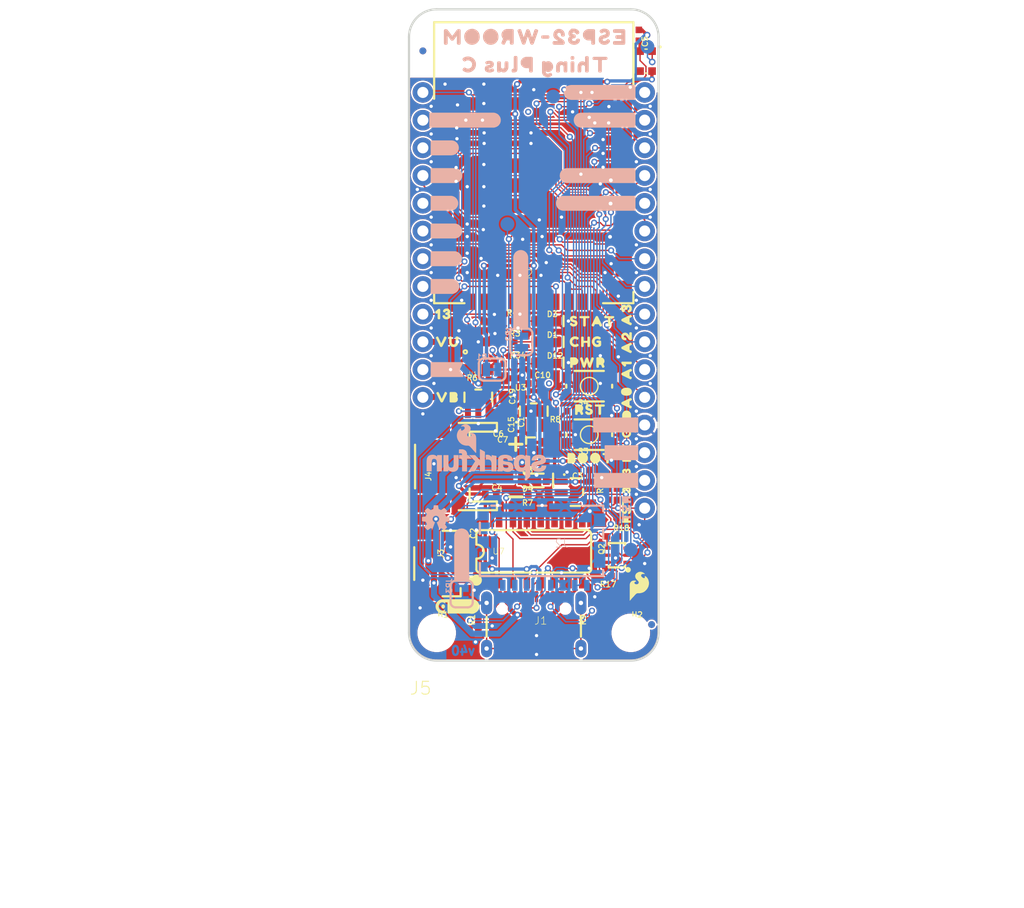
<source format=kicad_pcb>
(kicad_pcb (version 20221018) (generator pcbnew)
  (layers (0 "F.Cu" signal) (31 "B.Cu" signal) (34 "B.Paste" user) (35 "F.Paste" user) (36 "B.SilkS" user "B.Silkscreen") (37 "F.SilkS" user "F.Silkscreen") (38 "B.Mask" user) (39 "F.Mask" user) (44 "Edge.Cuts" user))
  (net 0 "")
  (net 1 "3.3V")
  (net 2 "~{RESET}")
  (net 3 "GND")
  (net 4 "CH340-DTR")
  (net 5 "V_USB")
  (net 6 "D+")
  (net 7 "CH340-RTS")
  (net 8 "N$14")
  (net 9 "V_BATT")
  (net 10 "DTR-10K")
  (net 11 "RTS-10K")
  (net 12 "ESP_0/QPWR")
  (net 13 "CHG_LED")
  (net 14 "ESP_26/TP_A0")
  (net 15 "ESP_25/TP_A1")
  (net 16 "ESP_34/TP_A2")
  (net 17 "ESP_39/TP_A3")
  (net 18 "ESP_36/TP_A4")
  (net 19 "ESP_4/TP_FB")
  (net 20 "ESP_19/TP_POCI")
  (net 21 "CH340-RX")
  (net 22 "CH340-TX")
  (net 23 "ESP_22/TP_SCL")
  (net 24 "ESP_14/GPIO6")
  (net 25 "ESP_32/GPIO5")
  (net 26 "ESP_15/GPIO4")
  (net 27 "ESP_33/GPIO3")
  (net 28 "ESP_27/GPIO2")
  (net 29 "ESP_16/TP_RX")
  (net 30 "ESP_17/TP_TX")
  (net 31 "N$2")
  (net 32 "ESP_21/TP_SDA")
  (net 33 "VIN")
  (net 34 "D-")
  (net 35 "N$5")
  (net 36 "N$6")
  (net 37 "N$30")
  (net 38 "N$1")
  (net 39 "QWIIC_PWR")
  (net 40 "TP_EN")
  (net 41 "ESP_2/RGB_DI")
  (net 42 "ESP_35/TP_A5")
  (net 43 "ESP_23/TP_PICO")
  (net 44 "ESP_18/TP_SCK")
  (net 45 "ESP_5/SD_CS")
  (net 46 "N$3")
  (net 47 "N$4")
  (net 48 "N$7")
  (net 49 "ESP_13/GPIO0/LED")
  (net 50 "ESP_12/GPIO1")
  (net 51 "N$13")
  (net 52 "N$51")
  (net 53 "N$8")
  (footprint "working:STAND-OFF-TIGHT" (layer "F.Cu") (at 157.3911 132.3086)
    (fp_text reference "H2")
    (fp_text value "STAND-OFFTIGHT")
  )
  (footprint "working:GND1" (layer "F.Cu") (at 157.0101 113.1316 90)
    (fp_text reference "U$75" hide)
    (fp_text value "" hide)
  )
  (footprint "working:CREATIVE_COMMONS" (layer "F.Cu") (at 119.9261 153.8986)
    (fp_text reference "FRAME1" hide)
    (fp_text value "FRAME-LEDGER" hide)
  )
  (footprint "working:0402-TIGHT" (layer "F.Cu") (at 148.5011 109.4486)
    (fp_text reference "C10")
    (fp_text value "1.0uF")
  )
  (footprint "working:VU0" (layer "F.Cu") (at 140.6271 105.6386)
    (fp_text reference "U$76" hide)
    (fp_text value "" hide)
  )
  (footprint "working:RST0" (layer "F.Cu") (at 153.7081 111.8616)
    (fp_text reference "U$80" hide)
    (fp_text value "" hide)
  )
  (footprint "working:SOT23-5" (layer "F.Cu") (at 152.3111 119.4054 -90)
    (fp_text reference "U5")
    (fp_text value "3.3V")
  )
  (footprint "working:0402-TIGHT" (layer "F.Cu") (at 146.2151 105.6386)
    (fp_text reference "R3")
    (fp_text value "1k")
  )
  (footprint "working:SOT23-3" (layer "F.Cu") (at 148.5011 115.7986 90)
    (fp_text reference "Q3")
    (fp_text value "20V/4.2A/52mΩ/1.4W")
  )
  (footprint "working:0402-TIGHT" (layer "F.Cu") (at 151.0411 111.9886 180)
    (fp_text reference "R8")
    (fp_text value "10k")
  )
  (footprint "working:0402-TIGHT" (layer "F.Cu") (at 155.3591 119.6086 90)
    (fp_text reference "R2")
    (fp_text value "10k")
  )
  (footprint "working:0402-TIGHT" (layer "F.Cu") (at 145.6817 112.4204 -90)
    (fp_text reference "C15")
    (fp_text value "0.1uF")
  )
  (footprint "working:3V30" (layer "F.Cu") (at 157.0101 118.3386 90)
    (fp_text reference "U$23" hide)
    (fp_text value "" hide)
  )
  (footprint "working:SFE_LOGO_FLAME_.1" (layer "F.Cu") (at 158.1531 127.9906)
    (fp_text reference "U$12" hide)
    (fp_text value "" hide)
  )
  (footprint "working:0402-TIGHT" (layer "F.Cu") (at 144.5641 119.5832)
    (fp_text reference "C4")
    (fp_text value "10uF")
  )
  (footprint "working:0402-TIGHT" (layer "F.Cu") (at 146.2151 113.8428 180)
    (fp_text reference "C7")
    (fp_text value "1.0uF")
  )
  (footprint "working:0402-TIGHT" (layer "F.Cu") (at 142.4051 122.6312 -90)
    (fp_text reference "C2")
    (fp_text value "0.1uF")
  )
  (footprint "working:SOT23-5" (layer "F.Cu") (at 148.5011 111.9886)
    (fp_text reference "U3")
    (fp_text value "3.3V")
  )
  (footprint "working:0402-TIGHT" (layer "F.Cu") (at 153.0731 117.3734 180)
    (fp_text reference "C3")
    (fp_text value "1.0uF")
  )
  (footprint "working:STAT0" (layer "F.Cu") (at 153.9113 103.759)
    (fp_text reference "U$26" hide)
    (fp_text value "" hide)
  )
  (footprint "working:TACTILE_SWITCH_SMD_4.6X2.8MM" (layer "F.Cu") (at 153.5811 114.1476 180)
    (fp_text reference "S3")
    (fp_text value "Boot")
  )
  (footprint "working:LED-0603" (layer "F.Cu") (at 149.6441 105.6386)
    (fp_text reference "D1")
    (fp_text value "Yellow")
  )
  (footprint "working:0402-TIGHT" (layer "F.Cu") (at 156.1211 127.1016 180)
    (fp_text reference "R17")
    (fp_text value "10k")
  )
  (footprint "working:USB-C-16P-2LAYER-PADS" (layer "F.Cu") (at 148.5011 128.651)
    (fp_text reference "J1")
    (fp_text value "" hide)
  )
  (footprint "working:THING_PLUS" (layer "F.Cu") (at 137.0711 134.8486)
    (fp_text reference "J5")
    (fp_text value "THING_PLUS_LOGICAL")
  )
  (footprint "working:A12" (layer "F.Cu") (at 157.0101 108.1786 90)
    (fp_text reference "U$69" hide)
    (fp_text value "" hide)
  )
  (footprint "working:0603" (layer "F.Cu") (at 143.4211 108.1786 180)
    (fp_text reference "R6")
    (fp_text value "2.0k")
  )
  (footprint "working:FIDUCIAL-MICRO" (layer "F.Cu") (at 138.3411 78.9686)
    (fp_text reference "FD1" hide)
    (fp_text value "FIDUCIALUFIDUCIAL" hide)
  )
  (footprint "working:STAND-OFF-TIGHT" (layer "F.Cu") (at 139.6111 132.3086)
    (fp_text reference "H1")
    (fp_text value "STAND-OFFTIGHT")
  )
  (footprint "working:A03" (layer "F.Cu") (at 157.0101 110.7186 90)
    (fp_text reference "U$68" hide)
    (fp_text value "" hide)
  )
  (footprint "working:#RST#0" (layer "F.Cu") (at 156.8831 121.0056 90)
    (fp_text reference "U$79" hide)
    (fp_text value "" hide)
  )
  (footprint "working:BOOT0" (layer "F.Cu") (at 153.7081 116.3066)
    (fp_text reference "U$78" hide)
    (fp_text value "" hide)
  )
  (footprint "working:DFN-8" (layer "F.Cu") (at 143.4211 105.6386)
    (fp_text reference "U4")
    (fp_text value "MAX17048")
  )
  (footprint "working:0402-TIGHT" (layer "F.Cu") (at 145.9611 103.7336)
    (fp_text reference "R4")
    (fp_text value "1k")
  )
  (footprint "working:SOT23-5" (layer "F.Cu") (at 143.4211 110.7186)
    (fp_text reference "U1")
    (fp_text value "MCP73831")
  )
  (footprint "working:A21" (layer "F.Cu") (at 157.0101 105.6386 90)
    (fp_text reference "U$70" hide)
    (fp_text value "" hide)
  )
  (footprint "working:FIDUCIAL-MICRO" (layer "F.Cu") (at 159.2961 131.5466)
    (fp_text reference "FD3" hide)
    (fp_text value "FIDUCIALUFIDUCIAL" hide)
  )
  (footprint "working:0402-TIGHT" (layer "F.Cu") (at 143.4211 131.6736 90)
    (fp_text reference "R10")
    (fp_text value "5.1k")
  )
  (footprint "working:ESP-WROOM-32D-NARROW" (layer "F.Cu") (at 148.5011 90.3986 90)
    (fp_text reference "U2")
    (fp_text value "ESP-WROOM-3232D-NARROW")
  )
  (footprint "working:SOD-323" (layer "F.Cu") (at 148.5011 118.3386 180)
    (fp_text reference "D4")
    (fp_text value "3A/10V/280mV")
  )
  (footprint "working:WS2812-2020" (layer "F.Cu") (at 158.7881 79.9084 90)
    (fp_text reference "D5" hide)
    (fp_text value "WS2812" hide)
  )
  (footprint "working:0402-TIGHT" (layer "F.Cu") (at 148.5011 119.634 180)
    (fp_text reference "R7")
    (fp_text value "10k")
  )
  (footprint "working:SO016" (layer "F.Cu") (at 148.5011 124.841)
    (fp_text reference "U7")
    (fp_text value "CH340C")
  )
  (footprint "working:0402-TIGHT" (layer "F.Cu") (at 155.7147 123.4694)
    (fp_text reference "R18")
    (fp_text value "10k")
  )
  (footprint "working:LED-0603" (layer "F.Cu") (at 149.6441 103.7336)
    (fp_text reference "D3")
    (fp_text value "BLUE")
  )
  (footprint "working:JST-2-SMD" (layer "F.Cu") (at 140.6271 117.0686 90)
    (fp_text reference "J4")
    (fp_text value "")
  )
  (footprint "working:PWR2" (layer "F.Cu") (at 153.4541 107.5436)
    (fp_text reference "U$25" hide)
    (fp_text value "" hide)
  )
  (footprint "working:EN3" (layer "F.Cu") (at 140.5001 108.1786)
    (fp_text reference "U$74" hide)
    (fp_text value "" hide)
  )
  (footprint "working:SC70-6" (layer "F.Cu") (at 156.1211 125.1966 90)
    (fp_text reference "Q2")
    (fp_text value "MBT3904DW1T1")
  )
  (footprint "working:A30" (layer "F.Cu") (at 157.0101 103.0986 90)
    (fp_text reference "U$71" hide)
    (fp_text value "" hide)
  )
  (footprint "working:130" (layer "F.Cu") (at 140.2461 103.0986)
    (fp_text reference "U$77" hide)
    (fp_text value "" hide)
  )
  (footprint "working:JST04_1MM_RA" (layer "F.Cu") (at 142.1511 125.9586 -90)
    (fp_text reference "J3")
    (fp_text value "QWIIC_RA")
  )
  (footprint "working:0402-TIGHT" (layer "F.Cu") (at 153.5811 131.6736 90)
    (fp_text reference "R9")
    (fp_text value "5.1k")
  )
  (footprint "working:TACTILE_SWITCH_SMD_4.6X2.8MM" (layer "F.Cu") (at 153.5811 109.7026 180)
    (fp_text reference "S4")
    (fp_text value "Reset")
  )
  (footprint "working:LED-0603" (layer "F.Cu") (at 149.6441 107.5436)
    (fp_text reference "D12")
    (fp_text value "RED")
  )
  (footprint "working:NC0" (layer "F.Cu") (at 157.0101 115.7986 90)
    (fp_text reference "U$107" hide)
    (fp_text value "" hide)
  )
  (footprint "working:VB1" (layer "F.Cu") (at 140.6271 110.7186)
    (fp_text reference "U$73" hide)
    (fp_text value "" hide)
  )
  (footprint "working:CHG1" (layer "F.Cu") (at 153.3017 105.6386)
    (fp_text reference "U$24" hide)
    (fp_text value "" hide)
  )
  (footprint "working:0402-TIGHT" (layer "F.Cu") (at 158.1277 77.5462 -90)
    (fp_text reference "C5")
    (fp_text value "0.1uF")
  )
  (footprint "working:QWIIC_4MM" (layer "F.Cu") (at 141.5161 129.8956)
    (fp_text reference "LOGO4" hide)
    (fp_text value "QWIIC_LOGO_4MM" hide)
  )
  (footprint "working:0402-TIGHT" (layer "F.Cu") (at 146.2405 107.6452)
    (fp_text reference "R34")
    (fp_text value "1k")
  )
  (footprint "working:0402-TIGHT" (layer "F.Cu") (at 146.5961 112.4204 -90)
    (fp_text reference "C1")
    (fp_text value "10uF")
  )
  (footprint "working:0402-TIGHT" (layer "F.Cu") (at 144.6911 114.8334)
    (fp_text reference "C6")
    (fp_text value "4.7uF")
  )
  (footprint "working:0603" (layer "F.Cu") (at 145.7833 109.8296 -90)
    (fp_text reference "C19")
    (fp_text value "4.7uF")
  )
  (footprint "working:#_3V3#0" (layer "B.Cu") (at 158.4071 118.3386 180)
    (fp_text reference "U$11" hide)
    (fp_text value "" hide)
  )
  (footprint "working:FIDUCIAL-MICRO" (layer "B.Cu") (at 138.3411 78.9686 180)
    (fp_text reference "FD2" hide)
    (fp_text value "FIDUCIALUFIDUCIAL" hide)
  )
  (footprint "working:#VBAT#0" (layer "B.Cu") (at 138.7221 110.7186 180)
    (fp_text reference "U$97" hide)
    (fp_text value "" hide)
  )
  (footprint "working:#17#TX#0" (layer "B.Cu") (at 158.1531 85.3186 180)
    (fp_text reference "U$72" hide)
    (fp_text value "" hide)
  )
  (footprint "working:#21#SDA#1" (layer "B.Cu") (at 138.5951 82.7786 180)
    (fp_text reference "U$100" hide)
    (fp_text value "" hide)
  )
  (footprint "working:MICROSD_TINY" (layer "B.Cu") (at 149.2123 124.1044 180)
    (fp_text reference "J2")
    (fp_text value "MICRO-SDFRICTION")
  )
  (footprint "working:#22#SCL#0" (layer "B.Cu") (at 138.5951 85.3186 180)
    (fp_text reference "U$101" hide)
    (fp_text value "" hide)
  )
  (footprint "working:SMT-JUMPER_2_NC_TRACE_SILK" (layer "B.Cu") (at 147.3581 105.6386 -90)
    (fp_text reference "JP2")
    (fp_text value "JUMPER-SMT_2_NC_TRACE_SILK")
  )
  (footprint "working:#18#SCK#0" (layer "B.Cu") (at 158.1531 95.4786 180)
    (fp_text reference "U$83" hide)
    (fp_text value "" hide)
  )
  (footprint "working:#33#6" (layer "B.Cu") (at 138.7221 95.4786 180)
    (fp_text reference "U$95" hide)
    (fp_text value "" hide)
  )
  (footprint "working:PAD.03X.05" (layer "B.Cu") (at 158.9151 78.5876 180)
    (fp_text reference "TP2" hide)
    (fp_text value "TEST-POINT3X5" hide)
  )
  (footprint "working:#EN#1" (layer "B.Cu") (at 138.7221 108.1786 180)
    (fp_text reference "U$96" hide)
    (fp_text value "" hide)
  )
  (footprint "working:#VUSB#2" (layer "B.Cu") (at 138.7221 105.6386 180)
    (fp_text reference "U$98" hide)
    (fp_text value "" hide)
  )
  (footprint "working:#35#A5#0" (layer "B.Cu") (at 158.1531 98.0186 180)
    (fp_text reference "U$84" hide)
    (fp_text value "" hide)
  )
  (footprint "working:#_GND#0" (layer "B.Cu") (at 158.4071 113.2586 180)
    (fp_text reference "U$9" hide)
    (fp_text value "" hide)
  )
  (footprint "working:SMT-JUMPER_2_NC_TRACE_SILK" (layer "B.Cu") (at 141.8971 128.7526 -90)
    (fp_text reference "JP3")
    (fp_text value "JUMPER-SMT_2_NC_TRACE_SILK")
  )
  (footprint "working:#12#4" (layer "B.Cu") (at 138.7221 100.5586 180)
    (fp_text reference "U$90" hide)
    (fp_text value "" hide)
  )
  (footprint "working:#4#FREE#0" (layer "B.Cu") (at 158.1531 82.7786 180)
    (fp_text reference "U$4" hide)
    (fp_text value "" hide)
  )
  (footprint "working:#25#A1#2" (layer "B.Cu") (at 158.1531 108.1786 180)
    (fp_text reference "U$86" hide)
    (fp_text value "" hide)
  )
  (footprint "working:#26#A0#3" (layer "B.Cu") (at 158.1531 110.7186 180)
    (fp_text reference "U$87" hide)
    (fp_text value "" hide)
  )
  (footprint "working:SFE_LOGO_NAME_FLAME_.1" (layer "B.Cu") (at 144.0815 116.8908 180)
    (fp_text reference "LOGO1" hide)
    (fp_text value "SFE_LOGO_NAME_FLAME.1_INCH" hide)
  )
  (footprint "working:#CHG_LED#0" (layer "B.Cu") (at 147.3073 97.2312 -90)
    (fp_text reference "U$5" hide)
    (fp_text value "" hide)
  )
  (footprint "working:#39#A3#0" (layer "B.Cu") (at 158.1531 103.0986 180)
    (fp_text reference "U$89" hide)
    (fp_text value "" hide)
  )
  (footprint "working:#15#7" (layer "B.Cu") (at 138.7221 92.9386 180)
    (fp_text reference "U$92" hide)
    (fp_text value "" hide)
  )
  (footprint "working:#13#LED#0" (layer "B.Cu") (at 138.7221 103.0986 180)
    (fp_text reference "U$99" hide)
    (fp_text value "" hide)
  )
  (footprint "working:SMT-JUMPER_2_NC_TRACE_SILK" (layer "B.Cu") (at 144.6911 108.1786 180)
    (fp_text reference "JP1")
    (fp_text value "JUMPER-SMT_2_NC_TRACE_SILK")
  )
  (footprint "working:#RST#0" (layer "B.Cu") (at 156.8831 121.0056 -90)
    (fp_text reference "U$109" hide)
    (fp_text value "" hide)
  )
  (footprint "working:#27#5" (layer "B.Cu") (at 138.7221 98.0186 180)
    (fp_text reference "U$93" hide)
    (fp_text value "" hide)
  )
  (footprint "working:PAD.03X.05" (layer "B.Cu") (at 150.2791 83.1596 180)
    (fp_text reference "TP3" hide)
    (fp_text value "TEST-POINT3X5" hide)
  )
  (footprint "working:#23#PICO#0" (layer "B.Cu") (at 158.1531 92.9386 180)
    (fp_text reference "U$2" hide)
    (fp_text value "" hide)
  )
  (footprint "working:SFE_LOGO_FLAME_STOP_.1" (layer "B.Cu") (at 158.4071 127.9906 180)
    (fp_text reference "U$1" hide)
    (fp_text value "" hide)
  )
  (footprint "working:#36#A4#0" (layer "B.Cu") (at 158.1531 100.5586 180)
    (fp_text reference "U$85" hide)
    (fp_text value "" hide)
  )
  (footprint "working:FIDUCIAL-MICRO" (layer "B.Cu") (at 159.2961 131.5466 180)
    (fp_text reference "FD4" hide)
    (fp_text value "FIDUCIALUFIDUCIAL" hide)
  )
  (footprint "working:#32#8" (layer "B.Cu") (at 138.7221 90.3986 180)
    (fp_text reference "U$94" hide)
    (fp_text value "" hide)
  )
  (footprint "working:PAD.03X.05" (layer "B.Cu") (at 146.0881 94.8436 180)
    (fp_text reference "TP4" hide)
    (fp_text value "TEST-POINT3X5" hide)
  )
  (footprint "working:#SHLD#0" (layer "B.Cu") (at 141.8971 127.9144 90)
    (fp_text reference "U$8" hide)
    (fp_text value "" hide)
  )
  (footprint "working:ESP32#WROOM0" (layer "B.Cu") (at 148.5011 77.6986 180)
    (fp_text reference "U$6" hide)
    (fp_text value "" hide)
  )
  (footprint "working:#19#POCI#0" (layer "B.Cu") (at 158.1531 90.3986 180)
    (fp_text reference "U$3" hide)
    (fp_text value "" hide)
  )
  (footprint "working:#PWR#0" (layer "B.Cu") (at 145.5801 108.1786 180)
    (fp_text reference "U$102" hide)
    (fp_text value "" hide)
  )
  (footprint "working:THING_PLUS_C0" (layer "B.Cu") (at 148.5011 80.2386 180)
    (fp_text reference "U$7" hide)
    (fp_text value "" hide)
  )
  (footprint "working:#34#A2#1" (layer "B.Cu") (at 158.1531 105.6386 180)
    (fp_text reference "U$88" hide)
    (fp_text value "" hide)
  )
  (footprint "working:OSHW-LOGO-MINI" (layer "B.Cu") (at 139.5349 121.8692 180)
    (fp_text reference "LOGO2" hide)
    (fp_text value "OSHW-LOGOMINI" hide)
  )
  (footprint "working:PAD.03X.05" (layer "B.Cu") (at 157.3911 124.6886 180)
    (fp_text reference "TP1" hide)
    (fp_text value "TEST-POINT3X5" hide)
  )
  (footprint "working:#14#9" (layer "B.Cu") (at 138.7221 87.8586 180)
    (fp_text reference "U$91" hide)
    (fp_text value "" hide)
  )
  (footprint "working:#_NC#0" (layer "B.Cu") (at 158.4071 115.7986 180)
    (fp_text reference "U$10" hide)
    (fp_text value "" hide)
  )
  (footprint "working:#16#RX#0" (layer "B.Cu") (at 158.1531 87.8586 180)
    (fp_text reference "U$81" hide)
    (fp_text value "" hide)
  )
  (gr_circle (center 143.2433 127.4826) (end 143.2433 127.4826) (stroke (width 0.508)) (fill none) (layer "F.SilkS"))
  (gr_arc (start 137.0711 77.6986) (mid 137.815049 75.902549) (end 139.6111 75.1586) (stroke (width 0.2032)) (layer "Edge.Cuts"))
  (gr_arc (start 159.9311 132.3086) (mid 159.187151 134.104651) (end 157.3911 134.8486) (stroke (width 0.2032)) (layer "Edge.Cuts"))
  (gr_line (start 139.6111 134.8486) (end 157.3911 134.8486) (stroke (width 0.2032)) (layer "Edge.Cuts"))
  (gr_line (start 137.0711 77.6986) (end 137.0711 132.3086) (stroke (width 0.2032)) (layer "Edge.Cuts"))
  (gr_arc (start 157.3911 75.1586) (mid 159.187151 75.902549) (end 159.9311 77.6986) (stroke (width 0.2032)) (layer "Edge.Cuts"))
  (gr_arc (start 139.6111 134.8486) (mid 137.815049 134.104651) (end 137.0711 132.3086) (stroke (width 0.2032)) (layer "Edge.Cuts"))
  (gr_line (start 159.9311 132.3086) (end 159.9311 77.6986) (stroke (width 0.2032)) (layer "Edge.Cuts"))
  (gr_line (start 157.3911 75.1586) (end 139.6111 75.1586) (stroke (width 0.2032)) (layer "Edge.Cuts"))
  (gr_text "v40" (at 142.0241 133.9596) (layer "B.Cu") (effects (font (size 0.8128 0.8128) (thickness 0.2032)) (justify mirror)))
  (gr_text "+" (at 146.8501 114.9096) (layer "F.SilkS") (effects (font (size 1.5113 1.5113) (thickness 0.2667))))
  (gr_text "-" (at 146.8501 119.7356) (layer "F.SilkS") (effects (font (size 1.5113 1.5113) (thickness 0.2667))))
  (segment (start 147.8661 126.4793) (end 147.8661 127.641) (width 0.3048) (layer "F.Cu") (net 1))
  (segment (start 144.0641 122.1406) (end 144.0561 122.1486) (width 0.3048) (layer "F.Cu") (net 1))
  (segment (start 144.0561 122.041) (end 144.0561 125.8316) (width 0.3048) (layer "F.Cu") (net 1))
  (segment (start 141.6431 118.8466) (end 142.3797 119.5832) (width 0.3048) (layer "F.Cu") (net 1))
  (segment (start 142.3797 119.5832) (end 144.0641 119.5832) (width 0.3048) (layer "F.Cu") (net 1))
  (segment (start 155.3591 119.1086) (end 155.3591 118.3386) (width 0.3048) (layer "F.Cu") (net 1))
  (segment (start 155.3591 117.5766) (end 154.3431 116.5606) (width 0.3048) (layer "F.Cu") (net 1))
  (segment (start 155.3591 118.3386) (end 155.3591 117.5766) (width 0.3048) (layer "F.Cu") (net 1))
  (segment (start 147.5511 110.6885) (end 148.471 110.6885) (width 0.3048) (layer "F.Cu") (net 1))
  (segment (start 144.0561 125.8316) (end 144.6911 126.4666) (width 0.3048) (layer "F.Cu") (net 1))
  (segment (start 147.5511 109.8986) (end 148.0011 109.4486) (width 0.3048) (layer "F.Cu") (net 1))
  (segment (start 142.4225 122.1486) (end 144.0561 122.1486) (width 0.3048) (layer "F.Cu") (net 1))
  (segment (start 140.2631 85.2386) (end 141.3421 85.2386) (width 0.3048) (layer "F.Cu") (net 1))
  (segment (start 154.3431 116.5606) (end 151.1681 116.5606) (width 0.3048) (layer "F.Cu") (net 1))
  (segment (start 144.0561 122.041) (end 144.0561 122.1486) (width 0.3048) (layer "F.Cu") (net 1))
  (segment (start 143.9291 98.6536) (end 148.5011 98.6536) (width 0.3048) (layer "F.Cu") (net 1))
  (segment (start 147.5511 110.6885) (end 147.5511 109.8986) (width 0.3048) (layer "F.Cu") (net 1))
  (segment (start 158.405834 77.0462) (end 158.883234 77.5236) (width 0.3048) (layer "F.Cu") (net 1))
  (segment (start 147.8534 126.4666) (end 147.8661 126.4793) (width 0.3048) (layer "F.Cu") (net 1))
  (segment (start 147.5511 110.9654) (end 147.5511 110.6885) (width 0.3048) (layer "F.Cu") (net 1))
  (segment (start 144.0641 119.5832) (end 144.0641 122.1406) (width 0.3048) (layer "F.Cu") (net 1))
  (segment (start 146.7993 84.7471) (end 141.8336 84.7471) (width 0.3048) (layer "F.Cu") (net 1))
  (segment (start 141.3421 85.2386) (end 141.8336 84.7471) (width 0.3048) (layer "F.Cu") (net 1))
  (segment (start 155.2321 81.8007) (end 147.193 81.8007) (width 0.3048) (layer "F.Cu") (net 1))
  (segment (start 148.471 110.6885) (end 148.5011 110.7186) (width 0.3048) (layer "F.Cu") (net 1))
  (segment (start 146.5961 111.9204) (end 147.5511 110.9654) (width 0.3048) (layer "F.Cu") (net 1))
  (segment (start 146.9771 82.0166) (end 147.193 81.8007) (width 0.3048) (layer "F.Cu") (net 1))
  (segment (start 159.3215 80.84) (end 159.3381 80.8234) (width 0.3048) (layer "F.Cu") (net 1))
  (segment (start 142.4051 122.1312) (end 142.4225 122.1486) (width 0.3048) (layer "F.Cu") (net 1))
  (segment (start 158.1277 77.0462) (end 158.405834 77.0462) (width 0.3048) (layer "F.Cu") (net 1))
  (segment (start 158.6611 118.3386) (end 155.3591 118.3386) (width 0.3048) (layer "F.Cu") (net 1))
  (segment (start 159.3215 81.5848) (end 159.3215 80.84) (width 0.3048) (layer "F.Cu") (net 1))
  (via (at 148.5011 110.7186) (size 0.5588) (drill 0.3048) (layers "F.Cu" "B.Cu") (net 1))
  (via (at 141.6431 118.8466) (size 0.5588) (drill 0.3048) (layers "F.Cu" "B.Cu") (net 1))
  (via (at 146.7993 84.7471) (size 0.5588) (drill 0.3048) (layers "F.Cu" "B.Cu") (net 1))
  (via (at 143.9291 98.6536) (size 0.5588) (drill 0.3048) (layers "F.Cu" "B.Cu") (net 1))
  (via (at 158.883234 77.5236) (size 0.604) (drill 0.35) (layers "F.Cu" "B.Cu") (net 1))
  (via (at 144.6911 126.4666) (size 0.5588) (drill 0.3048) (layers "F.Cu" "B.Cu") (net 1))
  (via (at 146.9771 82.0166) (size 0.5588) (drill 0.3048) (layers "F.Cu" "B.Cu") (net 1))
  (via (at 151.1681 116.5606) (size 0.5588) (drill 0.3048) (layers "F.Cu" "B.Cu") (net 1))
  (via (at 155.2321 81.8007) (size 0.5588) (drill 0.3048) (layers "F.Cu" "B.Cu") (net 1))
  (via (at 148.5011 98.6536) (size 0.5588) (drill 0.3048) (layers "F.Cu" "B.Cu") (net 1))
  (via (at 159.3215 81.5848) (size 0.5588) (drill 0.3048) (layers "F.Cu" "B.Cu") (net 1))
  (via (at 147.8534 126.4666) (size 0.5588) (drill 0.3048) (layers "F.Cu" "B.Cu") (net 1))
  (segment (start 146.7993 84.7471) (end 146.812 84.7598) (width 0.3048) (layer "B.Cu") (net 1))
  (segment (start 158.880434 77.5208) (end 158.688743 77.5208) (width 0.3048) (layer "B.Cu") (net 1))
  (segment (start 148.9623 127.9544) (end 148.9623 127.130332) (width 0.3048) (layer "B.Cu") (net 1))
  (segment (start 144.1704 108.1786) (end 144.1704 105.031238) (width 0.3048) (layer "B.Cu") (net 1))
  (segment (start 149.0599 111.249132) (end 148.529368 110.7186) (width 0.3048) (layer "B.Cu") (net 1))
  (segment (start 141.6431 118.8466) (end 142.9131 117.5766) (width 0.3048) (layer "B.Cu") (net 1))
  (segment (start 151.1681 116.5606) (end 149.0599 116.5606) (width 0.3048) (layer "B.Cu") (net 1))
  (segment (start 148.732568 126.242463) (end 148.269631 126.242463) (width 0.3048) (layer "B.Cu") (net 1))
  (segment (start 144.1704 105.031238) (end 143.9672 104.828038) (width 0.3048) (layer "B.Cu") (net 1))
  (segment (start 143.9672 104.828038) (end 143.9672 98.6917) (width 0.3048) (layer "B.Cu") (net 1))
  (segment (start 143.9672 98.6917) (end 143.9291 98.6536) (width 0.3048) (layer "B.Cu") (net 1))
  (segment (start 149.0599 126.569794) (end 148.732568 126.242463) (width 0.3048) (layer "B.Cu") (net 1))
  (segment (start 146.7993 82.1944) (end 146.7993 84.7471) (width 0.3048) (layer "B.Cu") (net 1))
  (segment (start 147.8534 126.4666) (end 144.6911 126.4666) (width 0.3048) (layer "B.Cu") (net 1))
  (segment (start 149.0599 127.032732) (end 149.0599 126.569794) (width 0.3048) (layer "B.Cu") (net 1))
  (segment (start 157.7975 78.412044) (end 157.7975 81.5594) (width 0.3048) (layer "B.Cu") (net 1))
  (segment (start 146.812 84.7598) (end 146.812 93.5355) (width 0.3048) (layer "B.Cu") (net 1))
  (segment (start 148.0439 117.5766) (end 149.0599 116.5606) (width 0.3048) (layer "B.Cu") (net 1))
  (segment (start 157.6324 81.5594) (end 157.4673 81.7245) (width 0.3048) (layer "B.Cu") (net 1))
  (segment (start 148.5011 110.7186) (end 148.529368 110.7186) (width 0.3048) (layer "B.Cu") (net 1))
  (segment (start 149.0599 111.249132) (end 149.0599 116.5606) (width 0.3048) (layer "B.Cu") (net 1))
  (segment (start 157.7975 81.5594) (end 157.6324 81.5594) (width 0.3048) (layer "B.Cu") (net 1))
  (segment (start 159.3215 81.5848) (end 159.191512 81.5848) (width 0.3048) (layer "B.Cu") (net 1))
  (segment (start 148.5011 110.7186) (end 148.5011 98.6536) (width 0.3048) (layer "B.Cu") (net 1))
  (segment (start 157.4673 81.7245) (end 155.3083 81.7245) (width 0.3048) (layer "B.Cu") (net 1))
  (segment (start 146.9771 82.0166) (end 146.7993 82.1944) (width 0.3048) (layer "B.Cu") (net 1))
  (segment (start 158.883234 77.5236) (end 158.880434 77.5208) (width 0.3048) (layer "B.Cu") (net 1))
  (segment (start 148.5011 98.6536) (end 148.5011 95.2246) (width 0.3048) (layer "B.Cu") (net 1))
  (segment (start 148.269631 126.242463) (end 148.045493 126.4666) (width 0.3048) (layer "B.Cu") (net 1))
  (segment (start 148.9623 127.130332) (end 149.0599 127.032732) (width 0.3048) (layer "B.Cu") (net 1))
  (segment (start 142.9131 117.5766) (end 148.0439 117.5766) (width 0.3048) (layer "B.Cu") (net 1))
  (segment (start 155.2321 81.8007) (end 155.3083 81.7245) (width 0.3048) (layer "B.Cu") (net 1))
  (segment (start 148.5011 95.2246) (end 146.812 93.5355) (width 0.3048) (layer "B.Cu") (net 1))
  (segment (start 159.191512 81.5848) (end 159.166112 81.5594) (width 0.3048) (layer "B.Cu") (net 1))
  (segment (start 158.688743 77.5208) (end 157.7975 78.412044) (width 0.3048) (layer "B.Cu") (net 1))
  (segment (start 148.045493 126.4666) (end 147.8534 126.4666) (width 0.3048) (layer "B.Cu") (net 1))
  (segment (start 159.166112 81.5594) (end 157.7975 81.5594) (width 0.3048) (layer "B.Cu") (net 1))
  (segment (start 158.6611 123.6726) (end 158.6611 120.8786) (width 0.127) (layer "F.Cu") (net 2))
  (segment (start 158.6611 120.8786) (end 156.2227 120.8786) (width 0.127) (layer "F.Cu") (net 2))
  (segment (start 150.9611 86.0006) (end 142.1681 86.0006) (width 0.127) (layer "F.Cu") (net 2))
  (segment (start 151.4931 110.4646) (end 151.5311 110.5026) (width 0.127) (layer "F.Cu") (net 2))
  (segment (start 157.7871 124.5466) (end 158.6611 123.6726) (width 0.127) (layer "F.Cu") (net 2))
  (segment (start 155.3591 120.6166) (end 155.3591 120.1086) (width 0.127) (layer "F.Cu") (net 2))
  (segment (start 155.6311 110.5026) (end 151.5311 110.5026) (width 0.127) (layer "F.Cu") (net 2))
  (segment (start 157.0411 124.5466) (end 157.7871 124.5466) (width 0.127) (layer "F.Cu") (net 2))
  (segment (start 140.2631 86.5086) (end 141.6601 86.5086) (width 0.127) (layer "F.Cu") (net 2))
  (segment (start 156.2227 120.8786) (end 155.6211 120.8786) (width 0.127) (layer "F.Cu") (net 2))
  (segment (start 155.6211 120.8786) (end 155.3591 120.6166) (width 0.127) (layer "F.Cu") (net 2))
  (segment (start 150.5331 110.4646) (end 151.4931 110.4646) (width 0.127) (layer "F.Cu") (net 2))
  (segment (start 142.1681 86.0006) (end 141.6601 86.5086) (width 0.127) (layer "F.Cu") (net 2))
  (segment (start 155.6311 110.5026) (end 155.6311 111.2446) (width 0.127) (layer "F.Cu") (net 2))
  (segment (start 150.9611 86.0006) (end 151.8031 86.8426) (width 0.127) (layer "F.Cu") (net 2))
  (segment (start 156.1211 111.7346) (end 155.6311 111.2446) (width 0.127) (layer "F.Cu") (net 2))
  (via (at 150.5331 110.4646) (size 0.5588) (drill 0.3048) (layers "F.Cu" "B.Cu") (net 2))
  (via (at 151.8031 86.8426) (size 0.5588) (drill 0.3048) (layers "F.Cu" "B.Cu") (net 2))
  (via (at 156.1211 111.7346) (size 0.5588) (drill 0.3048) (layers "F.Cu" "B.Cu") (net 2))
  (via (at 156.2227 120.8786) (size 0.5588) (drill 0.3048) (layers "F.Cu" "B.Cu") (net 2))
  (segment (start 151.13 109.8677) (end 151.13 99.093957) (width 0.127) (layer "B.Cu") (net 2))
  (segment (start 150.5331 110.4646) (end 151.13 109.8677) (width 0.127) (layer "B.Cu") (net 2))
  (segment (start 151.638 92.990732) (end 152.0571 92.571632) (width 0.127) (layer "B.Cu") (net 2))
  (segment (start 151.3459 95.830588) (end 151.638 95.538488) (width 0.127) (layer "B.Cu") (net 2))
  (segment (start 152.0571 87.0966) (end 151.8031 86.8426) (width 0.127) (layer "B.Cu") (net 2))
  (segment (start 156.1211 111.7346) (end 156.1211 120.777) (width 0.127) (layer "B.Cu") (net 2))
  (segment (start 151.13 99.093957) (end 151.3459 98.878057) (width 0.127) (layer "B.Cu") (net 2))
  (segment (start 151.3459 98.878057) (end 151.3459 95.830588) (width 0.127) (layer "B.Cu") (net 2))
  (segment (start 152.0571 92.571632) (end 152.0571 87.0966) (width 0.127) (layer "B.Cu") (net 2))
  (segment (start 151.638 95.538488) (end 151.638 92.990732) (width 0.127) (layer "B.Cu") (net 2))
  (segment (start 156.1211 120.777) (end 156.2227 120.8786) (width 0.127) (layer "B.Cu") (net 2))
  (segment (start 143.6711 105.3886) (end 143.4211 105.6386) (width 0.127) (layer "F.Cu") (net 3))
  (segment (start 143.8021 105.6386) (end 143.4211 105.6386) (width 0.127) (layer "F.Cu") (net 3))
  (segment (start 143.6711 104.6486) (end 143.6711 105.3886) (width 0.127) (layer "F.Cu") (net 3))
  (segment (start 145.2761 129.630125) (end 145.0448 129.861425) (width 0.127) (layer "F.Cu") (net 3))
  (segment (start 145.0448 129.861425) (end 145.0448 129.9229) (width 0.127) (layer "F.Cu") (net 3))
  (segment (start 152.0571 129.322) (end 152.0571 130.0226) (width 0.127) (layer "F.Cu") (net 3))
  (segment (start 145.2761 128.991) (end 145.2761 129.630125) (width 0.127) (layer "F.Cu") (net 3))
  (segment (start 144.6911 128.27) (end 144.0621 127.641) (width 0.3048) (layer "F.Cu") (net 3))
  (segment (start 145.0448 129.9229) (end 144.9451 130.0226) (width 0.127) (layer "F.Cu") (net 3))
  (segment (start 144.1711 106.6286) (end 144.1711 106.0076) (width 0.127) (layer "F.Cu") (net 3))
  (segment (start 158.413006 81.6179) (end 158.0184 81.6179) (width 0.127) (layer "F.Cu") (net 3))
  (segment (start 158.1277 78.0462) (end 158.2381 78.1566) (width 0.3048) (layer "F.Cu") (net 3))
  (segment (start 145.2761 128.991) (end 145.2761 129.336) (width 0.3048) (layer "F.Cu") (net 3))
  (segment (start 158.7786 80.394494) (end 158.7786 81.252307) (width 0.127) (layer "F.Cu") (net 3))
  (segment (start 144.0621 127.641) (end 144.0561 127.641) (width 0.3048) (layer "F.Cu") (net 3))
  (segment (start 145.2761 128.991) (end 144.6911 128.406) (width 0.3048) (layer "F.Cu") (net 3))
  (segment (start 158.2381 78.9934) (end 158.2381 79.853994) (width 0.127) (layer "F.Cu") (net 3))
  (segment (start 158.7786 81.252307) (end 158.413006 81.6179) (width 0.127) (layer "F.Cu") (net 3))
  (segment (start 158.0184 81.6179) (end 157.3403 82.296) (width 0.127) (layer "F.Cu") (net 3))
  (segment (start 144.6911 128.406) (end 144.6911 128.27) (width 0.3048) (layer "F.Cu") (net 3))
  (segment (start 158.2381 79.853994) (end 158.7786 80.394494) (width 0.127) (layer "F.Cu") (net 3))
  (segment (start 144.1711 106.0076) (end 143.8021 105.6386) (width 0.127) (layer "F.Cu") (net 3))
  (segment (start 151.7261 128.991) (end 152.0571 129.322) (width 0.127) (layer "F.Cu") (net 3))
  (segment (start 158.2381 78.1566) (end 158.2381 78.9934) (width 0.3048) (layer "F.Cu") (net 3))
  (via (at 140.3731 82.0166) (size 0.5588) (drill 0.3048) (layers "F.Cu" "B.Cu") (net 3))
  (via (at 155.6131 116.4844) (size 0.5588) (drill 0.3048) (layers "F.Cu" "B.Cu") (net 3))
  (via (at 157.3403 82.296) (size 0.5588) (drill 0.3048) (layers "F.Cu" "B.Cu") (net 3))
  (via (at 137.8331 91.6686) (size 0.5588) (drill 0.3048) (layers "F.Cu" "B.Cu") (net 3))
  (via (at 138.3411 112.2426) (size 0.5588) (drill 0.3048) (layers "F.Cu" "B.Cu") (net 3))
  (via (at 155.0035 127.6604) (size 0.5588) (drill 0.3048) (layers "F.Cu" "B.Cu") (net 3))
  (via (at 157.8991 111.9886) (size 0.5588) (drill 0.3048) (layers "F.Cu" "B.Cu") (net 3))
  (via (at 139.1031 94.2086) (size 0.5588) (drill 0.3048) (layers "F.Cu" "B.Cu") (net 3))
  (via (at 143.9291 89.3826) (size 0.5588) (drill 0.3048) (layers "F.Cu" "B.Cu") (net 3))
  (via (at 142.4051 91.4146) (size 0.5588) (drill 0.3048) (layers "F.Cu" "B.Cu") (net 3))
  (via (at 141.3891 89.662) (size 0.5588) (drill 0.3048) (layers "F.Cu" "B.Cu") (net 3))
  (via (at 149.2631 120.6246) (size 0.5588) (drill 0.3048) (layers "F.Cu" "B.Cu") (net 3))
  (via (at 149.0091 94.4626) (size 0.5588) (drill 0.3048) (layers "F.Cu" "B.Cu") (net 3))
  (via (at 148.2471 111.9886) (size 0.5588) (drill 0.3048) (layers "F.Cu" "B.Cu") (net 3))
  (via (at 157.8991 114.5286) (size 0.5588) (drill 0.3048) (layers "F.Cu" "B.Cu") (net 3))
  (via (at 139.1031 86.5886) (size 0.5588) (drill 0.3048) (layers "F.Cu" "B.Cu") (net 3))
  (via (at 154.8511 88.3666) (size 0.5588) (drill 0.3048) (layers "F.Cu" "B.Cu") (net 3))
  (via (at 159.1691 106.9086) (size 0.5588) (drill 0.3048) (layers "F.Cu" "B.Cu") (net 3))
  (via (at 139.3571 116.8146) (size 0.5588) (drill 0.3048) (layers "F.Cu" "B.Cu") (net 3))
  (via (at 143.9291 91.4146) (size 0.5588) (drill 0.3048) (layers "F.Cu" "B.Cu") (net 3))
  (via (at 155.3845 84.074) (size 0.5588) (drill 0.3048) (layers "F.Cu" "B.Cu") (net 3))
  (via (at 142.4051 97.5106) (size 0.5588) (drill 0.3048) (layers "F.Cu" "B.Cu") (net 3))
  (via (at 143.0401 128.397) (size 0.5588) (drill 0.3048) (layers "F.Cu" "B.Cu") (net 3))
  (via (at 144.8943 103.124) (size 0.5588) (drill 0.3048) (layers "F.Cu" "B.Cu") (net 3))
  (via (at 143.1671 133.1468) (size 0.5588) (drill 0.3048) (layers "F.Cu" "B.Cu") (net 3))
  (via (at 147.4851 96.2406) (size 0.5588) (drill 0.3048) (layers "F.Cu" "B.Cu") (net 3))
  (via (at 153.8351 82.7786) (size 0.5588) (drill 0.3048) (layers "F.Cu" "B.Cu") (net 3))
  (via (at 155.5877 98.4758) (size 0.5588) (drill 0.3048) (layers "F.Cu" "B.Cu") (net 3))
  (via (at 159.1691 109.4486) (size 0.5588) (drill 0.3048) (layers "F.Cu" "B.Cu") (net 3))
  (via (at 148.5011 82.5246) (size 0.5588) (drill 0.3048) (layers "F.Cu" "B.Cu") (net 3))
  (via (at 139.1031 99.2886) (size 0.5588) (drill 0.3048) (layers "F.Cu" "B.Cu") (net 3))
  (via (at 148.7551 134.2898) (size 0.5588) (drill 0.3048) (layers "F.Cu" "B.Cu") (net 3))
  (via (at 139.3571 109.4486) (size 0.5588) (drill 0.3048) (layers "F.Cu" "B.Cu") (net 3))
  (via (at 142.4051 99.2886) (size 0.5588) (drill 0.3048) (layers "F.Cu" "B.Cu") (net 3))
  (via (at 140.8811 124.4346) (size 0.5588) (drill 0.3048) (layers "F.Cu" "B.Cu") (net 3))
  (via (at 143.6751 97.9932) (size 0.5588) (drill 0.3048) (layers "F.Cu" "B.Cu") (net 3))
  (via (at 154.7241 118.0846) (size 0.5588) (drill 0.3048) (layers "F.Cu" "B.Cu") (net 3))
  (via (at 152.3111 114.1476) (size 0.5588) (drill 0.3048) (layers "F.Cu" "B.Cu") (net 3))
  (via (at 157.8991 104.3686) (size 0.5588) (drill 0.3048) (layers "F.Cu" "B.Cu") (net 3))
  (via (at 158.6611 125.9586) (size 0.5588) (drill 0.3048) (layers "F.Cu" "B.Cu") (net 3))
  (via (at 149.1615 99.5426) (size 0.5588) (drill 0.3048) (layers "F.Cu" "B.Cu") (net 3))
  (via (at 143.8783 95.3516) (size 0.5588) (drill 0.3048) (layers "F.Cu" "B.Cu") (net 3))
  (via (at 139.1031 104.3686) (size 0.5588) (drill 0.3048) (layers "F.Cu" "B.Cu") (net 3))
  (via (at 142.4051 95.9866) (size 0.5588) (drill 0.3048) (layers "F.Cu" "B.Cu") (net 3))
  (via (at 138.0871 130.0226) (size 0.5588) (drill 0.3048) (layers "F.Cu" "B.Cu") (net 3))
  (via (at 156.2481 107.0102) (size 0.5588) (drill 0.3048) (layers "F.Cu" "B.Cu") (net 3))
  (via (at 155.5369 92.964) (size 0.604) (drill 0.35) (layers "F.Cu" "B.Cu") (net 3))
  (via (at 154.0891 129.0066) (size 0.5588) (drill 0.3048) (layers "F.Cu" "B.Cu") (net 3))
  (via (at 154.5971 91.1606) (size 0.5588) (drill 0.3048) (layers "F.Cu" "B.Cu") (net 3))
  (via (at 148.7551 132.5626) (size 0.5588) (drill 0.3048) (layers "F.Cu" "B.Cu") (net 3))
  (via (at 148.2471 86.487) (size 0.5588) (drill 0.3048) (layers "F.Cu" "B.Cu") (net 3))
  (via (at 157.8991 96.7486) (size 0.5588) (drill 0.3048) (layers "F.Cu" "B.Cu") (net 3))
  (via (at 144.6911 125.4506) (size 0.5588) (drill 0.3048) (layers "F.Cu" "B.Cu") (net 3))
  (via (at 157.8991 101.8286) (size 0.5588) (drill 0.3048) (layers "F.Cu" "B.Cu") (net 3))
  (via (at 139.1031 96.7486) (size 0.5588) (drill 0.3048) (layers "F.Cu" "B.Cu") (net 3))
  (via (at 139.1031 89.1286) (size 0.5588) (drill 0.3048) (layers "F.Cu" "B.Cu") (net 3))
  (via (at 141.3891 118.0846) (size 0.5588) (drill 0.3048) (layers "F.Cu" "B.Cu") (net 3))
  (via (at 149.6441 98.3742) (size 0.5588) (drill 0.3048) (layers "F.Cu" "B.Cu") (net 3))
  (via (at 157.8991 117.0686) (size 0.5588) (drill 0.3048) (layers "F.Cu" "B.Cu") (net 3))
  (via (at 143.2433 122.8852) (size 0.5588) (drill 0.3048) (layers "F.Cu" "B.Cu") (net 3))
  (via (at 148.7551 117.8306) (size 0.604) (drill 0.35) (layers "F.Cu" "B.Cu") (net 3))
  (via (at 158.1531 122.4026) (size 0.5588) (drill 0.3048) (layers "F.Cu" "B.Cu") (net 3))
  (via (at 145.1991 99.5426) (size 0.5588) (drill 0.3048) (layers "F.Cu" "B.Cu") (net 3))
  (via (at 156.2481 101.4476) (size 0.5588) (drill 0.3048) (layers "F.Cu" "B.Cu") (net 3))
  (via (at 155.9941 125.4506) (size 0.5588) (drill 0.3048) (layers "F.Cu" "B.Cu") (net 3))
  (via (at 138.3411 127.4826) (size 0.5588) (drill 0.3048) (layers "F.Cu" "B.Cu") (net 3))
  (via (at 154.8511 89.6366) (size 0.5588) (drill 0.3048) (layers "F.Cu" "B.Cu") (net 3))
  (via (at 148.2471 87.4522) (size 0.5588) (drill 0.3048) (layers "F.Cu" "B.Cu") (net 3))
  (via (at 141.3891 90.932) (size 0.5588) (drill 0.3048) (layers "F.Cu" "B.Cu") (net 3))
  (via (at 141.6431 104.6226) (size 0.5588) (drill 0.3048) (layers "F.Cu" "B.Cu") (net 3))
  (via (at 155.6385 112.395) (size 0.5588) (drill 0.3048) (layers "F.Cu" "B.Cu") (net 3))
  (via (at 143.4211 113.1316) (size 0.5588) (drill 0.3048) (layers "F.Cu" "B.Cu") (net 3))
  (via (at 154.0891 85.5726) (size 0.5588) (drill 0.3048) (layers "F.Cu" "B.Cu") (net 3))
  (via (at 151.6761 103.7336) (size 0.5588) (drill 0.3048) (layers "F.Cu" "B.Cu") (net 3))
  (via (at 154.5971 106.9086) (size 0.5588) (drill 0.3048) (layers "F.Cu" "B.Cu") (net 3))
  (via (at 152.0571 84.5566) (size 0.5588) (drill 0.3048) (layers "F.Cu" "B.Cu") (net 3))
  (via (at 140.8811 122.9106) (size 0.5588) (drill 0.3048) (layers "F.Cu" "B.Cu") (net 3))
  (via (at 157.8991 99.2886) (size 0.5588) (drill 0.3048) (layers "F.Cu" "B.Cu") (net 3))
  (via (at 143.9545 86.487) (size 0.5588) (drill 0.3048) (layers "F.Cu" "B.Cu") (net 3))
  (via (at 147.2311 103.0986) (size 0.5588) (drill 0.3048) (layers "F.Cu" "B.Cu") (net 3))
  (via (at 154.5971 109.4486) (size 0.5588) (drill 0.3048) (layers "F.Cu" "B.Cu") (net 3))
  (via (at 153.6319 121.158) (size 0.604) (drill 0.35) (layers "F.Cu" "B.Cu") (net 3))
  (via (at 141.4399 86.0298) (size 0.5588) (drill 0.3048) (layers "F.Cu" "B.Cu") (net 3))
  (via (at 151.0411 126.7968) (size 0.5588) (drill 0.3048) (layers "F.Cu" "B.Cu") (net 3))
  (via (at 155.0289 99.2886) (size 0.5588) (drill 0.3048) (layers "F.Cu" "B.Cu") (net 3))
  (via (at 149.2631 95.9866) (size 0.5588) (drill 0.3048) (layers "F.Cu" "B.Cu") (net 3))
  (via (at 146.7231 110.5154) (size 0.5588) (drill 0.3048) (layers "F.Cu" "B.Cu") (net 3))
  (via (at 143.9545 87.4522) (size 0.5588) (drill 0.3048) (layers "F.Cu" "B.Cu") (net 3))
  (via (at 151.0411 94.2086) (size 0.5588) (drill 0.3048) (layers "F.Cu" "B.Cu") (net 3))
  (via (at 146.7231 106.9086) (size 0.5588) (drill 0.3048) (layers "F.Cu" "B.Cu") (net 3))
  (via (at 144.9451 104.8766) (size 0.5588) (drill 0.3048) (layers "F.Cu" "B.Cu") (net 3))
  (via (at 153.5811 126.3904) (size 0.5588) (drill 0.3048) (layers "F.Cu" "B.Cu") (net 3))
  (via (at 139.5349 121.8692) (size 0.5588) (drill 0.3048) (layers "F.Cu" "B.Cu") (net 3))
  (via (at 139.1031 101.8286) (size 0.5588) (drill 0.3048) (layers "F.Cu" "B.Cu") (net 3))
  (via (at 144.9959 113.792) (size 0.5588) (drill 0.3048) (layers "F.Cu" "B.Cu") (net 3))
  (via (at 144.6911 131.6736) (size 0.5588) (drill 0.3048) (layers "F.Cu" "B.Cu") (net 3))
  (via (at 142.4051 94.8436) (size 0.5588) (drill 0.3048) (layers "F.Cu" "B.Cu") (net 3))
  (via (at 143.9291 82.0166) (size 0.5588) (drill 0.3048) (layers "F.Cu" "B.Cu") (net 3))
  (via (at 141.5161 83.9216) (size 0.5588) (drill 0.3048) (layers "F.Cu" "B.Cu") (net 3))
  (via (at 143.4211 105.6386) (size 0.5588) (drill 0.3048) (layers "F.Cu" "B.Cu") (net 3))
  (via (at 157.8991 119.6086) (size 0.5588) (drill 0.3048) (layers "F.Cu" "B.Cu") (net 3))
  (via (at 154.8511 87.0966) (size 0.5588) (drill 0.3048) (layers "F.Cu" "B.Cu") (net 3))
  (via (at 139.1031 84.0486) (size 0.5588) (drill 0.3048) (layers "F.Cu" "B.Cu") (net 3))
  (via (at 139.1031 106.9086) (size 0.5588) (drill 0.3048) (layers "F.Cu" "B.Cu") (net 3))
  (via (at 155.5623 90.8304) (size 0.604) (drill 0.35) (layers "F.Cu" "B.Cu") (net 3))
  (via (at 151.5491 117.5766) (size 0.5588) (drill 0.3048) (layers "F.Cu" "B.Cu") (net 3))
  (via (at 143.9291 93.1926) (size 0.5588) (drill 0.3048) (layers "F.Cu" "B.Cu") (net 3))
  (via (at 141.8971 101.8286) (size 0.5588) (drill 0.3048) (layers "F.Cu" "B.Cu") (net 3))
  (via (at 159.1691 94.2086) (size 0.5588) (drill 0.3048) (layers "F.Cu" "B.Cu") (net 3))
  (via (at 148.5011 115.7986) (size 0.5588) (drill 0.3048) (layers "F.Cu" "B.Cu") (net 3))
  (via (at 155.4861 96.012) (size 0.604) (drill 0.35) (layers "F.Cu" "B.Cu") (net 3))
  (via (at 145.1991 120.6246) (size 0.5588) (drill 0.3048) (layers "F.Cu" "B.Cu") (net 3))
  (via (at 159.1691 86.5886) (size 0.5588) (drill 0.3048) (layers "F.Cu" "B.Cu") (net 3))
  (via (at 141.4653 87.0204) (size 0.5588) (drill 0.3048) (layers "F.Cu" "B.Cu") (net 3))
  (via (at 147.2311 99.5426) (size 0.5588) (drill 0.3048) (layers "F.Cu" "B.Cu") (net 3))
  (via (at 143.9291 83.7946) (size 0.5588) (drill 0.3048) (layers "F.Cu" "B.Cu") (net 3))
  (via (at 151.6761 107.5436) (size 0.5588) (drill 0.3048) (layers "F.Cu" "B.Cu") (net 3))
  (via (at 157.8991 89.1286) (size 0.5588) (drill 0.3048) (layers "F.Cu" "B.Cu") (net 3))
  (via (at 159.1691 91.6686) (size 0.5588) (drill 0.3048) (layers "F.Cu" "B.Cu") (net 3))
  (via (at 159.1691 84.0486) (size 0.5588) (drill 0.3048) (layers "F.Cu" "B.Cu") (net 3))
  (segment (start 158.9151 124.9426) (end 158.0111 125.8466) (width 0.127) (layer "F.Cu") (net 4))
  (segment (start 157.8991 123.4186) (end 157.3046 122.8241) (width 0.127) (layer "F.Cu") (net 4))
  (segment (start 156.6211 127.0286) (end 156.6211 127.1016) (width 0.127) (layer "F.Cu") (net 4))
  (segment (start 153.586406 122.8241) (end 153.071006 123.3395) (width 0.127) (layer "F.Cu") (net 4))
  (segment (start 157.0411 125.8466) (end 157.0411 126.6086) (width 0.127) (layer "F.Cu") (net 4))
  (segment (start 147.8661 122.041) (end 147.8661 122.956407) (width 0.127) (layer "F.Cu") (net 4))
  (segment (start 148.249193 123.3395) (end 147.8661 122.956407) (width 0.127) (layer "F.Cu") (net 4))
  (segment (start 157.0411 126.6086) (end 156.6211 127.0286) (width 0.127) (layer "F.Cu") (net 4))
  (segment (start 153.071006 123.3395) (end 148.249193 123.3395) (width 0.127) (layer "F.Cu") (net 4))
  (segment (start 158.0111 125.8466) (end 157.0411 125.8466) (width 0.127) (layer "F.Cu") (net 4))
  (segment (start 157.3046 122.8241) (end 153.586406 122.8241) (width 0.127) (layer "F.Cu") (net 4))
  (via (at 157.8991 123.4186) (size 0.5588) (drill 0.3048) (layers "F.Cu" "B.Cu") (net 4))
  (via (at 158.9151 124.9426) (size 0.5588) (drill 0.3048) (layers "F.Cu" "B.Cu") (net 4))
  (segment (start 157.8991 123.4186) (end 158.9151 124.4346) (width 0.127) (layer "B.Cu") (net 4))
  (segment (start 158.9151 124.4346) (end 158.9151 124.9426) (width 0.127) (layer "B.Cu") (net 4))
  (segment (start 145.7833 108.9796) (end 145.4395 108.9796) (width 0.5588) (layer "F.Cu") (net 5))
  (segment (start 146.0511 128.991) (end 146.0511 129.507807) (width 0.4318) (layer "F.Cu") (net 5))
  (segment (start 141.5161 105.6386) (end 138.3411 105.6386) (width 0.5588) (layer "F.Cu") (net 5))
  (segment (start 150.9511 128.991) (end 150.9511 129.482407) (width 0.4318) (layer "F.Cu") (net 5))
  (segment (start 150.6597 130.2004) (end 150.2025 130.6576) (width 0.4318) (layer "F.Cu") (net 5))
  (segment (start 146.3425 130.1496) (end 146.8523 130.6594) (width 0.4318) (layer "F.Cu") (net 5))
  (segment (start 144.341 109.4486) (end 144.3711 109.4185) (width 0.5588) (layer "F.Cu") (net 5))
  (segment (start 139.3571 126.7206) (end 138.8491 126.2126) (width 0.5588) (layer "F.Cu") (net 5))
  (segment (start 144.9705 109.4486) (end 144.341 109.4486) (width 0.5588) (layer "F.Cu") (net 5))
  (segment (start 150.9511 129.482407) (end 150.6597 129.773807) (width 0.4318) (layer "F.Cu") (net 5))
  (segment (start 145.7833 108.9796) (end 147.154 108.9796) (width 0.5588) (layer "F.Cu") (net 5))
  (segment (start 145.4395 108.9796) (end 144.9705 109.4486) (width 0.5588) (layer "F.Cu") (net 5))
  (segment (start 138.8491 126.2126) (end 138.8491 125.7046) (width 0.5588) (layer "F.Cu") (net 5))
  (segment (start 147.3511 118.3386) (end 147.3511 116.7835) (width 0.5588) (layer "F.Cu") (net 5))
  (segment (start 147.386 116.7486) (end 147.447 116.6876) (width 0.5588) (layer "F.Cu") (net 5))
  (segment (start 150.6597 129.773807) (end 150.6597 130.2004) (width 0.4318) (layer "F.Cu") (net 5))
  (segment (start 149.5011 116.7486) (end 147.386 116.7486) (width 0.5588) (layer "F.Cu") (net 5))
  (segment (start 147.3511 118.3386) (end 148.0011 118.9886) (width 0.5588) (layer "F.Cu") (net 5))
  (segment (start 146.3425 129.799207) (end 146.3425 130.1496) (width 0.4318) (layer "F.Cu") (net 5))
  (segment (start 150.2025 130.6576) (end 147.0043 130.6576) (width 0.4318) (layer "F.Cu") (net 5))
  (segment (start 139.3571 127.7366) (end 139.3571 126.7206) (width 0.5588) (layer "F.Cu") (net 5))
  (segment (start 147.154 108.9796) (end 147.447 108.6866) (width 0.5588) (layer "F.Cu") (net 5))
  (segment (start 147.386 116.7486) (end 147.3511 116.7835) (width 0.5588) (layer "F.Cu") (net 5))
  (segment (start 148.0011 118.9886) (end 148.0011 119.634) (width 0.5588) (layer "F.Cu") (net 5))
  (segment (start 143.4211 109.4486) (end 144.341 109.4486) (width 0.5588) (layer "F.Cu") (net 5))
  (segment (start 146.0511 129.507807) (end 146.3425 129.799207) (width 0.4318) (layer "F.Cu") (net 5))
  (segment (start 146.8523 130.6594) (end 147.0025 130.6594) (width 0.4318) (layer "F.Cu") (net 5))
  (segment (start 147.0025 130.6594) (end 147.0043 130.6576) (width 0.4318) (layer "F.Cu") (net 5))
  (via (at 138.8491 125.7046) (size 0.5588) (drill 0.3048) (layers "F.Cu" "B.Cu") (net 5))
  (via (at 143.4211 109.4486) (size 0.5588) (drill 0.3048) (layers "F.Cu" "B.Cu") (net 5))
  (via (at 147.447 108.6866) (size 0.5588) (drill 0.3048) (layers "F.Cu" "B.Cu") (net 5))
  (via (at 139.3571 127.7366) (size 0.5588) (drill 0.3048) (layers "F.Cu" "B.Cu") (net 5))
  (via (at 147.447 116.6876) (size 0.5588) (drill 0.3048) (layers "F.Cu" "B.Cu") (net 5))
  (via (at 141.5161 105.6386) (size 0.5588) (drill 0.3048) (layers "F.Cu" "B.Cu") (net 5))
  (via (at 147.0025 130.6594) (size 0.5588) (drill 0.3048) (layers "F.Cu" "B.Cu") (net 5))
  (segment (start 147.3581 106.1593) (end 147.447 106.2482) (width 0.5588) (layer "B.Cu") (net 5))
  (segment (start 142.8623 132.3848) (end 139.3571 128.8796) (width 0.5588) (layer "B.Cu") (net 5))
  (segment (start 140.1191 119.6086) (end 140.1191 117.8306) (width 0.5588) (layer "B.Cu") (net 5))
  (segment (start 140.1191 117.8306) (end 141.2621 116.6876) (width 0.5588) (layer "B.Cu") (net 5))
  (segment (start 147.0025 130.6594) (end 145.2771 132.3848) (width 0.5588) (layer "B.Cu") (net 5))
  (segment (start 138.8491 125.7046) (end 138.8491 120.8786) (width 0.5588) (layer "B.Cu") (net 5))
  (segment (start 141.5161 107.5436) (end 143.4211 109.4486) (width 0.5588) (layer "B.Cu") (net 5))
  (segment (start 139.3571 128.8796) (end 139.3571 127.7366) (width 0.5588) (layer "B.Cu") (net 5))
  (segment (start 145.2771 132.3848) (end 142.8623 132.3848) (width 0.5588) (layer "B.Cu") (net 5))
  (segment (start 138.8491 120.8786) (end 140.1191 119.6086) (width 0.5588) (layer "B.Cu") (net 5))
  (segment (start 141.5161 105.6386) (end 141.5161 107.5436) (width 0.5588) (layer "B.Cu") (net 5))
  (segment (start 147.447 106.2482) (end 147.447 108.6866) (width 0.5588) (layer "B.Cu") (net 5))
  (segment (start 147.447 108.6866) (end 147.447 116.6876) (width 0.5588) (layer "B.Cu") (net 5))
  (segment (start 141.2621 116.6876) (end 147.447 116.6876) (width 0.5588) (layer "B.Cu") (net 5))
  (segment (start 148.509 128.167507) (end 148.509 127.889) (width 0.127) (layer "F.Cu") (net 6))
  (segment (start 148.509 127.889) (end 148.757 127.641) (width 0.127) (layer "F.Cu") (net 6))
  (segment (start 149.2511 128.991) (end 149.2511 127.756) (width 0.127) (layer "F.Cu") (net 6))
  (segment (start 149.2511 127.756) (end 149.1361 127.641) (width 0.127) (layer "F.Cu") (net 6))
  (segment (start 148.2511 128.425407) (end 148.509 128.167507) (width 0.127) (layer "F.Cu") (net 6))
  (segment (start 148.2511 128.991) (end 148.2511 128.425407) (width 0.127) (layer "F.Cu") (net 6))
  (segment (start 148.757 127.641) (end 149.1361 127.641) (width 0.127) (layer "F.Cu") (net 6))
  (segment (start 154.675043 123.4694) (end 154.283743 123.0781) (width 0.127) (layer "F.Cu") (net 7))
  (segment (start 155.2147 123.4694) (end 154.675043 123.4694) (width 0.127) (layer "F.Cu") (net 7))
  (segment (start 147.2311 123.6726) (end 153.2763 123.6726) (width 0.127) (layer "F.Cu") (net 7))
  (segment (start 153.8708 123.0781) (end 153.2763 123.6726) (width 0.127) (layer "F.Cu") (net 7))
  (segment (start 154.283743 123.0781) (end 153.8708 123.0781) (width 0.127) (layer "F.Cu") (net 7))
  (segment (start 155.2147 124.533) (end 155.2011 124.5466) (width 0.127) (layer "F.Cu") (net 7))
  (segment (start 146.5961 122.041) (end 146.5961 123.0376) (width 0.127) (layer "F.Cu") (net 7))
  (segment (start 155.2147 123.4694) (end 155.2147 124.533) (width 0.127) (layer "F.Cu") (net 7))
  (segment (start 146.5961 123.0376) (end 147.2311 123.6726) (width 0.127) (layer "F.Cu") (net 7))
  (segment (start 142.4711 109.4185) (end 142.4711 108.2786) (width 0.127) (layer "F.Cu") (net 8))
  (segment (start 142.4711 108.2786) (end 142.5711 108.1786) (width 0.127) (layer "F.Cu") (net 8))
  (segment (start 141.5161 110.6932) (end 138.3665 110.6932) (width 0.5588) (layer "F.Cu") (net 9))
  (segment (start 144.1911 115.9326) (end 144.3271 116.0686) (width 0.5588) (layer "F.Cu") (net 9))
  (segment (start 141.5161 107.788469) (end 141.5161 110.6932) (width 0.3048) (layer "F.Cu") (net 9))
  (segment (start 143.8783 110.6932) (end 141.5161 110.6932) (width 0.5588) (layer "F.Cu") (net 9))
  (segment (start 144.4694 111.9204) (end 144.3711 112.0187) (width 0.3048) (layer "F.Cu") (net 9))
  (segment (start 143.1711 107.2856) (end 143.1671 107.2896) (width 0.3048) (layer "F.Cu") (net 9))
  (segment (start 143.5481 107.2896) (end 143.1671 107.2896) (width 0.3048) (layer "F.Cu") (net 9))
  (segment (start 144.1911 114.8334) (end 144.1911 113.2506) (width 0.5588) (layer "F.Cu") (net 9))
  (segment (start 143.1711 106.6286) (end 143.1711 107.2856) (width 0.3048) (layer "F.Cu") (net 9))
  (segment (start 144.5971 115.7986) (end 147.4011 115.7986) (width 0.5588) (layer "F.Cu") (net 9))
  (segment (start 144.3711 111.186) (end 143.8783 110.6932) (width 0.5588) (layer "F.Cu") (net 9))
  (segment (start 143.1671 107.2896) (end 142.014968 107.2896) (width 0.3048) (layer "F.Cu") (net 9))
  (segment (start 144.3271 116.0686) (end 144.5971 115.7986) (width 0.5588) (layer "F.Cu") (net 9))
  (segment (start 144.3711 112.0187) (end 144.3711 111.186) (width 0.5588) (layer "F.Cu") (net 9))
  (segment (start 144.3711 113.0706) (end 144.3711 112.0187) (width 0.5588) (layer "F.Cu") (net 9))
  (segment (start 144.1911 113.2506) (end 144.3711 113.0706) (width 0.5588) (layer "F.Cu") (net 9))
  (segment (start 144.1911 114.8334) (end 144.1911 115.9326) (width 0.5588) (layer "F.Cu") (net 9))
  (segment (start 142.014968 107.2896) (end 141.5161 107.788469) (width 0.3048) (layer "F.Cu") (net 9))
  (segment (start 138.3665 110.6932) (end 138.3411 110.7186) (width 0.5588) (layer "F.Cu") (net 9))
  (segment (start 143.6711 106.6286) (end 143.6711 107.1666) (width 0.3048) (layer "F.Cu") (net 9))
  (segment (start 143.6711 107.1666) (end 143.5481 107.2896) (width 0.3048) (layer "F.Cu") (net 9))
  (segment (start 145.6817 111.9204) (end 144.4694 111.9204) (width 0.3048) (layer "F.Cu") (net 9))
  (segment (start 155.1131 127.1016) (end 154.5209 126.5094) (width 0.127) (layer "F.Cu") (net 10))
  (segment (start 154.5209 126.5094) (end 154.5209 125.4252) (width 0.127) (layer "F.Cu") (net 10))
  (segment (start 154.7495 125.1966) (end 155.2011 125.1966) (width 0.127) (layer "F.Cu") (net 10))
  (segment (start 155.6211 127.1016) (end 155.1131 127.1016) (width 0.127) (layer "F.Cu") (net 10))
  (segment (start 154.5209 125.4252) (end 154.7495 125.1966) (width 0.127) (layer "F.Cu") (net 10))
  (segment (start 156.5275 125.1966) (end 156.2227 124.8918) (width 0.127) (layer "F.Cu") (net 11))
  (segment (start 156.2147 123.4694) (end 156.2227 123.4774) (width 0.127) (layer "F.Cu") (net 11))
  (segment (start 157.0411 125.1966) (end 156.5275 125.1966) (width 0.127) (layer "F.Cu") (net 11))
  (segment (start 156.2227 123.4774) (end 156.2227 124.8918) (width 0.127) (layer "F.Cu") (net 11))
  (segment (start 156.1719 126.376063) (end 155.642437 125.8466) (width 0.127) (layer "F.Cu") (net 12))
  (segment (start 152.466793 120.3554) (end 153.213593 119.6086) (width 0.127) (layer "F.Cu") (net 12))
  (segment (start 156.7391 100.4786) (end 156.7391 102.5568) (width 0.127) (layer "F.Cu") (net 12))
  (segment (start 151.011 120.3554) (end 152.466793 120.3554) (width 0.127) (layer "F.Cu") (net 12))
  (segment (start 156.9721 114.9476) (end 155.6311 114.9476) (width 0.127) (layer "F.Cu") (net 12))
  (segment (start 153.213593 119.6086) (end 156.9339 119.6086) (width 0.127) (layer "F.Cu") (net 12))
  (segment (start 151.5311 114.9476) (end 155.6311 114.9476) (width 0.127) (layer "F.Cu") (net 12))
  (segment (start 157.0101 114.9096) (end 156.9721 114.9476) (width 0.127) (layer "F.Cu") (net 12))
  (segment (start 155.2011 125.8466) (end 155.642437 125.8466) (width 0.127) (layer "F.Cu") (net 12))
  (segment (start 156.1719 126.376063) (end 156.5529 126.376063) (width 0.127) (layer "F.Cu") (net 12))
  (segment (start 156.7391 102.5568) (end 155.2067 104.0892) (width 0.127) (layer "F.Cu") (net 12))
  (via (at 156.9339 119.6086) (size 0.5588) (drill 0.3048) (layers "F.Cu" "B.Cu") (net 12))
  (via (at 156.5529 126.376063) (size 0.5588) (drill 0.3048) (layers "F.Cu" "B.Cu") (net 12))
  (via (at 157.0101 114.9096) (size 0.5588) (drill 0.3048) (layers "F.Cu" "B.Cu") (net 12))
  (via (at 155.2067 104.0892) (size 0.5588) (drill 0.3048) (layers "F.Cu" "B.Cu") (net 12))
  (segment (start 157.3911 124.6886) (end 157.3911 120.0658) (width 0.127) (layer "B.Cu") (net 12))
  (segment (start 155.2067 104.3432) (end 155.2067 104.0892) (width 0.127) (layer "B.Cu") (net 12))
  (segment (start 156.5529 126.376063) (end 156.5529 126.2888) (width 0.127) (layer "B.Cu") (net 12))
  (segment (start 157.3911 125.4506) (end 157.3911 124.6886) (width 0.127) (layer "B.Cu") (net 12))
  (segment (start 156.3751 109.4486) (end 156.3751 107.801744) (width 0.127) (layer "B.Cu") (net 12))
  (segment (start 155.7782 107.204844) (end 155.7782 104.9147) (width 0.127) (layer "B.Cu") (net 12))
  (segment (start 156.9339 114.9858) (end 157.0101 114.9096) (width 0.127) (layer "B.Cu") (net 12))
  (segment (start 157.0101 114.9096) (end 157.0101 110.0836) (width 0.127) (layer "B.Cu") (net 12))
  (segment (start 157.3911 125.4506) (end 156.5529 126.2888) (width 0.127) (layer "B.Cu") (net 12))
  (segment (start 156.3751 107.801744) (end 155.7782 107.204844) (width 0.127) (layer "B.Cu") (net 12))
  (segment (start 157.0101 110.0836) (end 156.3751 109.4486) (width 0.127) (layer "B.Cu") (net 12))
  (segment (start 156.9339 114.9858) (end 156.9339 119.6086) (width 0.127) (layer "B.Cu") (net 12))
  (segment (start 157.3911 120.0658) (end 156.9339 119.6086) (width 0.127) (layer "B.Cu") (net 12))
  (segment (start 155.7782 104.9147) (end 155.2067 104.3432) (width 0.127) (layer "B.Cu") (net 12))
  (segment (start 146.7151 105.6386) (end 148.7671 105.6386) (width 0.127) (layer "F.Cu") (net 13))
  (segment (start 154.8566 100.8181) (end 154.8566 102.797507) (width 0.127) (layer "F.Cu") (net 14))
  (segment (start 154.8566 102.797507) (end 154.8511 102.803007) (width 0.127) (layer "F.Cu") (net 14))
  (segment (start 152.569243 100.0506) (end 154.0891 100.0506) (width 0.127) (layer "F.Cu") (net 14))
  (segment (start 151.794543 99.2759) (end 152.569243 100.0506) (width 0.127) (layer "F.Cu") (net 14))
  (segment (start 154.3939 103.260207) (end 154.3939 104.6734) (width 0.127) (layer "F.Cu") (net 14))
  (segment (start 156.8831 106.9086) (end 155.3591 105.3846) (width 0.127) (layer "F.Cu") (net 14))
  (segment (start 148.3995 97.8662) (end 144.5641 97.8662) (width 0.127) (layer "F.Cu") (net 14))
  (segment (start 154.0891 100.0506) (end 154.8566 100.8181) (width 0.127) (layer "F.Cu") (net 14))
  (segment (start 156.8831 106.9086) (end 156.8831 108.9406) (width 0.127) (layer "F.Cu") (net 14))
  (segment (start 149.8092 99.2759) (end 151.794543 99.2759) (width 0.127) (layer "F.Cu") (net 14))
  (segment (start 155.3591 105.3846) (end 155.1051 105.3846) (width 0.127) (layer "F.Cu") (net 14))
  (segment (start 148.3995 97.8662) (end 149.8092 99.2759) (width 0.127) (layer "F.Cu") (net 14))
  (segment (start 156.8831 108.9406) (end 158.6611 110.7186) (width 0.127) (layer "F.Cu") (net 14))
  (segment (start 154.3939 104.6734) (end 155.1051 105.3846) (width 0.127) (layer "F.Cu") (net 14))
  (segment (start 144.5641 97.8662) (end 143.3665 96.6686) (width 0.127) (layer "F.Cu") (net 14))
  (segment (start 154.8511 102.803007) (end 154.3939 103.260207) (width 0.127) (layer "F.Cu") (net 14))
  (segment (start 143.3665 96.6686) (end 140.2631 96.6686) (width 0.127) (layer "F.Cu") (net 14))
  (segment (start 154.7368 104.5083) (end 154.7368 103.445113) (width 0.127) (layer "F.Cu") (net 15))
  (segment (start 155.3591 104.8766) (end 158.6611 108.1786) (width 0.127) (layer "F.Cu") (net 15))
  (segment (start 155.1868 102.995113) (end 155.1868 100.662088) (width 0.127) (layer "F.Cu") (net 15))
  (segment (start 140.2631 95.3986) (end 143.2395 95.3986) (width 0.127) (layer "F.Cu") (net 15))
  (segment (start 143.2395 95.3986) (end 145.0975 97.2566) (width 0.127) (layer "F.Cu") (net 15))
  (segment (start 155.1051 104.8766) (end 154.7368 104.5083) (width 0.127) (layer "F.Cu") (net 15))
  (segment (start 154.245112 99.7204) (end 152.750656 99.7204) (width 0.127) (layer "F.Cu") (net 15))
  (segment (start 151.798156 98.7679) (end 150.7744 98.7679) (width 0.127) (layer "F.Cu") (net 15))
  (segment (start 155.1868 100.662088) (end 154.245112 99.7204) (width 0.127) (layer "F.Cu") (net 15))
  (segment (start 155.1051 104.8766) (end 155.3591 104.8766) (width 0.127) (layer "F.Cu") (net 15))
  (segment (start 150.7744 98.7679) (end 149.2631 97.2566) (width 0.127) (layer "F.Cu") (net 15))
  (segment (start 154.7368 103.445113) (end 155.1868 102.995113) (width 0.127) (layer "F.Cu") (net 15))
  (segment (start 152.750656 99.7204) (end 151.798156 98.7679) (width 0.127) (layer "F.Cu") (net 15))
  (segment (start 145.0975 97.2566) (end 149.2631 97.2566) (width 0.127) (layer "F.Cu") (net 15))
  (segment (start 154.498675 93.9546) (end 154.498675 93.754575) (width 0.127) (layer "F.Cu") (net 16))
  (segment (start 153.4287 92.6846) (end 151.12825 92.6846) (width 0.127) (layer "F.Cu") (net 16))
  (segment (start 142.4051 89.4842) (end 142.4051 88.7476) (width 0.127) (layer "F.Cu") (net 16))
  (segment (start 150.0251 88.8238) (end 150.0251 91.58145) (width 0.127) (layer "F.Cu") (net 16))
  (segment (start 150.0251 91.58145) (end 151.12825 92.6846) (width 0.127) (layer "F.Cu") (net 16))
  (segment (start 141.5707 90.3186) (end 142.4051 89.4842) (width 0.127) (layer "F.Cu") (net 16))
  (segment (start 140.2631 90.3186) (end 141.5707 90.3186) (width 0.127) (layer "F.Cu") (net 16))
  (segment (start 149.5679 88.3666) (end 150.0251 88.8238) (width 0.127) (layer "F.Cu") (net 16))
  (segment (start 154.498675 93.754575) (end 153.4287 92.6846) (width 0.127) (layer "F.Cu") (net 16))
  (segment (start 142.7861 88.3666) (end 149.5679 88.3666) (width 0.127) (layer "F.Cu") (net 16))
  (segment (start 142.4051 88.7476) (end 142.7861 88.3666) (width 0.127) (layer "F.Cu") (net 16))
  (via (at 154.498675 93.9546) (size 0.5588) (drill 0.3048) (layers "F.Cu" "B.Cu") (net 16))
  (segment (start 154.498675 95.128913) (end 154.2923 95.335288) (width 0.127) (layer "B.Cu") (net 16))
  (segment (start 154.498675 93.9546) (end 154.498675 95.128913) (width 0.127) (layer "B.Cu") (net 16))
  (segment (start 155.8671 103.8606) (end 155.8671 104.3686) (width 0.127) (layer "B.Cu") (net 16))
  (segment (start 154.2923 95.335288) (end 154.2923 102.2858) (width 0.127) (layer "B.Cu") (net 16))
  (segment (start 157.1371 105.6386) (end 158.6611 105.6386) (width 0.127) (layer "B.Cu") (net 16))
  (segment (start 155.8671 104.3686) (end 157.1371 105.6386) (width 0.127) (layer "B.Cu") (net 16))
  (segment (start 154.2923 102.2858) (end 155.8671 103.8606) (width 0.127) (layer "B.Cu") (net 16))
  (segment (start 155.0797 93.820375) (end 155.0797 94.3737) (width 0.127) (layer "F.Cu") (net 17))
  (segment (start 149.8473 87.9348) (end 150.5331 88.6206) (width 0.127) (layer "F.Cu") (net 17))
  (segment (start 142.2489 87.9348) (end 149.8473 87.9348) (width 0.127) (layer "F.Cu") (net 17))
  (segment (start 151.338675 92.1766) (end 153.435925 92.1766) (width 0.127) (layer "F.Cu") (net 17))
  (segment (start 141.1351 89.0486) (end 142.2489 87.9348) (width 0.127) (layer "F.Cu") (net 17))
  (segment (start 150.5331 88.6206) (end 150.5331 91.371025) (width 0.127) (layer "F.Cu") (net 17))
  (segment (start 140.2631 89.0486) (end 141.1351 89.0486) (width 0.127) (layer "F.Cu") (net 17))
  (segment (start 155.0924 94.3864) (end 155.0797 94.3737) (width 0.127) (layer "F.Cu") (net 17))
  (segment (start 150.5331 91.371025) (end 151.338675 92.1766) (width 0.127) (layer "F.Cu") (net 17))
  (segment (start 153.435925 92.1766) (end 155.0797 93.820375) (width 0.127) (layer "F.Cu") (net 17))
  (via (at 155.0924 94.3864) (size 0.5588) (drill 0.3048) (layers "F.Cu" "B.Cu") (net 17))
  (segment (start 155.0924 94.9452) (end 155.0924 94.3864) (width 0.127) (layer "B.Cu") (net 17))
  (segment (start 155.0924 94.9452) (end 154.5463 95.4913) (width 0.127) (layer "B.Cu") (net 17))
  (segment (start 154.5463 100.5078) (end 154.5463 95.4913) (width 0.127) (layer "B.Cu") (net 17))
  (segment (start 154.5463 100.5078) (end 157.1371 103.0986) (width 0.127) (layer "B.Cu") (net 17))
  (segment (start 157.1371 103.0986) (end 158.6611 103.0986) (width 0.127) (layer "B.Cu") (net 17))
  (segment (start 151.0411 88.19975) (end 151.0411 91.1606) (width 0.127) (layer "F.Cu") (net 18))
  (segment (start 149.81095 86.9696) (end 151.0411 88.19975) (width 0.127) (layer "F.Cu") (net 18))
  (segment (start 151.0411 91.1606) (end 151.5491 91.6686) (width 0.127) (layer "F.Cu") (net 18))
  (segment (start 142.2781 86.9696) (end 149.81095 86.9696) (width 0.127) (layer "F.Cu") (net 18))
  (segment (start 153.471468 91.6686) (end 155.570984 93.768116) (width 0.127) (layer "F.Cu") (net 18))
  (segment (start 140.2631 87.7786) (end 141.4691 87.7786) (width 0.127) (layer "F.Cu") (net 18))
  (segment (start 141.4691 87.7786) (end 142.2781 86.9696) (width 0.127) (layer "F.Cu") (net 18))
  (segment (start 151.5491 91.6686) (end 153.471468 91.6686) (width 0.127) (layer "F.Cu") (net 18))
  (via (at 155.570984 93.768116) (size 0.5588) (drill 0.3048) (layers "F.Cu" "B.Cu") (net 18))
  (segment (start 154.8003 95.8088) (end 154.8003 98.3742) (width 0.127) (layer "B.Cu") (net 18))
  (segment (start 156.9847 100.5586) (end 158.6611 100.5586) (width 0.127) (layer "B.Cu") (net 18))
  (segment (start 156.9339 100.5078) (end 156.9847 100.5586) (width 0.127) (layer "B.Cu") (net 18))
  (segment (start 155.570984 95.038116) (end 154.8003 95.8088) (width 0.127) (layer "B.Cu") (net 18))
  (segment (start 155.570984 93.768116) (end 155.570984 95.038116) (width 0.127) (layer "B.Cu") (net 18))
  (segment (start 154.8003 98.3742) (end 156.9339 100.5078) (width 0.127) (layer "B.Cu") (net 18))
  (segment (start 154.350325 99.4664) (end 152.855868 99.4664) (width 0.127) (layer "F.Cu") (net 19))
  (segment (start 151.903368 98.5139) (end 151.2062 98.5139) (width 0.127) (layer "F.Cu") (net 19))
  (segment (start 158.6611 82.7786) (end 154.710312 82.7786) (width 0.127) (layer "F.Cu") (net 19))
  (segment (start 154.710312 82.7786) (end 154.164212 83.3247) (width 0.127) (layer "F.Cu") (net 19))
  (segment (start 154.642425 99.7585) (end 154.350325 99.4664) (width 0.127) (layer "F.Cu") (net 19))
  (segment (start 155.8544 99.7585) (end 154.642425 99.7585) (width 0.127) (layer "F.Cu") (net 19))
  (segment (start 148.9329 83.6168) (end 153.051843 83.6168) (width 0.127) (layer "F.Cu") (net 19))
  (segment (start 153.051843 83.6168) (end 153.343943 83.3247) (width 0.127) (layer "F.Cu") (net 19))
  (segment (start 156.7391 99.2086) (end 156.4043 99.2086) (width 0.127) (layer "F.Cu") (net 19))
  (segment (start 152.855868 99.4664) (end 151.903368 98.5139) (width 0.127) (layer "F.Cu") (net 19))
  (segment (start 154.164212 83.3247) (end 153.343943 83.3247) (width 0.127) (layer "F.Cu") (net 19))
  (segment (start 148.7551 83.7946) (end 148.9329 83.6168) (width 0.127) (layer "F.Cu") (net 19))
  (segment (start 151.2062 98.5139) (end 149.9235 97.2312) (width 0.127) (layer "F.Cu") (net 19))
  (segment (start 156.4043 99.2086) (end 155.8544 99.7585) (width 0.127) (layer "F.Cu") (net 19))
  (via (at 148.7551 83.7946) (size 0.5588) (drill 0.3048) (layers "F.Cu" "B.Cu") (net 19))
  (via (at 149.9235 97.2312) (size 0.5588) (drill 0.3048) (layers "F.Cu" "B.Cu") (net 19))
  (segment (start 151.2951 88.1126) (end 148.7551 85.5726) (width 0.127) (layer "B.Cu") (net 19))
  (segment (start 149.9235 97.2312) (end 149.9235 92.0242) (width 0.127) (layer "B.Cu") (net 19))
  (segment (start 148.7551 85.5726) (end 148.7551 83.7946) (width 0.127) (layer "B.Cu") (net 19))
  (segment (start 151.2951 90.6526) (end 151.2951 88.1126) (width 0.127) (layer "B.Cu") (net 19))
  (segment (start 149.9235 92.0242) (end 151.2951 90.6526) (width 0.127) (layer "B.Cu") (net 19))
  (segment (start 157.8483 92.0496) (end 157.8483 91.2114) (width 0.127) (layer "F.Cu") (net 20))
  (segment (start 156.4221 92.8586) (end 155.4861 91.9226) (width 0.127) (layer "F.Cu") (net 20))
  (segment (start 157.8483 91.2114) (end 158.6611 90.3986) (width 0.127) (layer "F.Cu") (net 20))
  (segment (start 156.7391 92.8586) (end 157.0393 92.8586) (width 0.127) (layer "F.Cu") (net 20))
  (segment (start 155.4861 91.9226) (end 155.1051 91.9226) (width 0.127) (layer "F.Cu") (net 20))
  (segment (start 157.0393 92.8586) (end 157.8483 92.0496) (width 0.127) (layer "F.Cu") (net 20))
  (segment (start 156.7391 92.8586) (end 156.4221 92.8586) (width 0.127) (layer "F.Cu") (net 20))
  (via (at 155.1051 91.9226) (size 0.5588) (drill 0.3048) (layers "F.Cu" "B.Cu") (net 20))
  (segment (start 154.9781 121.1326) (end 153.901775 120.056275) (width 0.127) (layer "B.Cu") (net 20))
  (segment (start 153.170156 93.857544) (end 155.1051 91.9226) (width 0.127) (layer "B.Cu") (net 20))
  (segment (start 156.0449 122.7328) (end 156.0449 121.8692) (width 0.127) (layer "B.Cu") (net 20))
  (segment (start 155.3591 123.4186) (end 156.0449 122.7328) (width 0.127) (layer "B.Cu") (net 20))
  (segment (start 156.0449 121.8692) (end 155.3083 121.1326) (width 0.127) (layer "B.Cu") (net 20))
  (segment (start 155.3591 126.5174) (end 155.3591 123.4186) (width 0.127) (layer "B.Cu") (net 20))
  (segment (start 153.901775 111.293275) (end 153.170156 110.561657) (width 0.127) (layer "B.Cu") (net 20))
  (segment (start 152.8191 127.478194) (end 153.195693 127.1016) (width 0.127) (layer "B.Cu") (net 20))
  (segment (start 152.8191 127.7366) (end 152.8191 127.478194) (width 0.127) (layer "B.Cu") (net 20))
  (segment (start 154.7749 127.1016) (end 155.3591 126.5174) (width 0.127) (layer "B.Cu") (net 20))
  (segment (start 152.6013 127.9544) (end 152.8191 127.7366) (width 0.127) (layer "B.Cu") (net 20))
  (segment (start 155.3083 121.1326) (end 154.9781 121.1326) (width 0.127) (layer "B.Cu") (net 20))
  (segment (start 152.2623 127.9544) (end 152.6013 127.9544) (width 0.127) (layer "B.Cu") (net 20))
  (segment (start 153.170156 110.561657) (end 153.170156 93.857544) (width 0.127) (layer "B.Cu") (net 20))
  (segment (start 153.195693 127.1016) (end 154.7749 127.1016) (width 0.127) (layer "B.Cu") (net 20))
  (segment (start 153.901775 120.056275) (end 153.901775 111.293275) (width 0.127) (layer "B.Cu") (net 20))
  (segment (start 146.5961 123.718407) (end 146.5961 127.641) (width 0.127) (layer "F.Cu") (net 21))
  (segment (start 156.6591 87.8586) (end 154.1145 87.8586) (width 0.127) (layer "F.Cu") (net 21))
  (segment (start 156.7391 87.7786) (end 156.6591 87.8586) (width 0.127) (layer "F.Cu") (net 21))
  (segment (start 145.9786 123.100907) (end 145.9786 119.9483) (width 0.127) (layer "F.Cu") (net 21))
  (segment (start 145.9786 123.100907) (end 146.5961 123.718407) (width 0.127) (layer "F.Cu") (net 21))
  (via (at 154.1145 87.8586) (size 0.5588) (drill 0.3048) (layers "F.Cu" "B.Cu") (net 21))
  (via (at 145.9786 119.9483) (size 0.5588) (drill 0.3048) (layers "F.Cu" "B.Cu") (net 21))
  (segment (start 153.342975 119.165557) (end 153.342975 117.12805) (width 0.127) (layer "B.Cu") (net 21))
  (segment (start 151.5491 111.691025) (end 152.654 110.586125) (width 0.127) (layer "B.Cu") (net 21))
  (segment (start 145.9786 119.9483) (end 146.1818 119.7451) (width 0.127) (layer "B.Cu") (net 21))
  (segment (start 153.641643 90.084057) (end 153.648478 90.077222) (width 0.127) (layer "B.Cu") (net 21))
  (segment (start 153.641643 90.713144) (end 153.648478 90.70631) (width 0.127) (layer "B.Cu") (net 21))
  (segment (start 154.1145 87.8586) (end 153.3271 88.646) (width 0.127) (layer "B.Cu") (net 21))
  (segment (start 153.3271 88.646) (end 153.3271 89.755844) (width 0.127) (layer "B.Cu") (net 21))
  (segment (start 153.641643 90.713144) (end 153.641643 90.084057) (width 0.127) (layer "B.Cu") (net 21))
  (segment (start 152.763431 119.7451) (end 153.342975 119.165557) (width 0.127) (layer "B.Cu") (net 21))
  (segment (start 153.0731 92.992482) (end 153.0731 91.281688) (width 0.127) (layer "B.Cu") (net 21))
  (segment (start 153.648478 90.077222) (end 153.3271 89.755844) (width 0.127) (layer "B.Cu") (net 21))
  (segment (start 152.763431 119.7451) (end 146.1818 119.7451) (width 0.127) (layer "B.Cu") (net 21))
  (segment (start 153.0731 91.281688) (end 153.641643 90.713144) (width 0.127) (layer "B.Cu") (net 21))
  (segment (start 152.654 93.411582) (end 153.0731 92.992482) (width 0.127) (layer "B.Cu") (net 21))
  (segment (start 153.342975 117.12805) (end 151.5491 115.334175) (width 0.127) (layer "B.Cu") (net 21))
  (segment (start 151.5491 115.334175) (end 151.5491 111.691025) (width 0.127) (layer "B.Cu") (net 21))
  (segment (start 152.654 110.586125) (end 152.654 93.411582) (width 0.127) (layer "B.Cu") (net 21))
  (segment (start 144.6911 123.0474) (end 145.3261 123.6824) (width 0.127) (layer "F.Cu") (net 22))
  (segment (start 154.131 89.0486) (end 154.051 89.1286) (width 0.127) (layer "F.Cu") (net 22))
  (segment (start 145.3261 123.6824) (end 145.3261 127.641) (width 0.127) (layer "F.Cu") (net 22))
  (segment (start 156.7391 89.0486) (end 154.131 89.0486) (width 0.127) (layer "F.Cu") (net 22))
  (via (at 154.051 89.1286) (size 0.5588) (drill 0.3048) (layers "F.Cu" "B.Cu") (net 22))
  (via (at 144.6911 123.0474) (size 0.5588) (drill 0.3048) (layers "F.Cu" "B.Cu") (net 22))
  (segment (start 151.8031 115.228963) (end 151.8031 111.796238) (width 0.127) (layer "B.Cu") (net 22))
  (segment (start 145.048 121.9469) (end 152.140043 121.9469) (width 0.127) (layer "B.Cu") (net 22))
  (segment (start 152.908 110.691338) (end 152.908 93.516794) (width 0.127) (layer "B.Cu") (net 22))
  (segment (start 153.3271 93.097694) (end 153.3271 91.3869) (width 0.127) (layer "B.Cu") (net 22))
  (segment (start 152.140043 121.9469) (end 153.596975 120.489969) (width 0.127) (layer "B.Cu") (net 22))
  (segment (start 152.908 93.516794) (end 153.3271 93.097694) (width 0.127) (layer "B.Cu") (net 22))
  (segment (start 153.596975 117.022838) (end 151.8031 115.228963) (width 0.127) (layer "B.Cu") (net 22))
  (segment (start 151.8031 111.796238) (end 152.908 110.691338) (width 0.127) (layer "B.Cu") (net 22))
  (segment (start 145.048 121.9469) (end 144.6911 122.3038) (width 0.127) (layer "B.Cu") (net 22))
  (segment (start 144.6911 122.3038) (end 144.6911 123.0474) (width 0.127) (layer "B.Cu") (net 22))
  (segment (start 154.051 90.663) (end 154.051 89.1286) (width 0.127) (layer "B.Cu") (net 22))
  (segment (start 153.596975 120.489969) (end 153.596975 117.022838) (width 0.127) (layer "B.Cu") (net 22))
  (segment (start 153.3271 91.3869) (end 154.051 90.663) (width 0.127) (layer "B.Cu") (net 22))
  (segment (start 152.4635 85.3186) (end 143.8021 85.3186) (width 0.127) (layer "F.Cu") (net 23))
  (segment (start 139.8397 122.964269) (end 140.9192 121.884769) (width 0.127) (layer "F.Cu") (net 23))
  (segment (start 153.6573 86.5124) (end 152.4635 85.3186) (width 0.127) (layer "F.Cu") (net 23))
  (segment (start 143.1711 104.6486) (end 143.1711 103.8646) (width 0.127) (layer "F.Cu") (net 23))
  (segment (start 156.7391 86.5086) (end 153.6611 86.5086) (width 0.127) (layer "F.Cu") (net 23))
  (segment (start 142.1511 127.4586) (end 142.1271 127.4826) (width 0.127) (layer "F.Cu") (net 23))
  (segment (start 143.1711 103.8646) (end 143.1671 103.8606) (width 0.127) (layer "F.Cu") (net 23))
  (segment (start 153.6611 86.5086) (end 153.6573 86.5124) (width 0.127) (layer "F.Cu") (net 23))
  (segment (start 139.8397 126.0094) (end 139.8397 122.964269) (width 0.127) (layer "F.Cu") (net 23))
  (segment (start 141.3129 127.4826) (end 139.8397 126.0094) (width 0.127) (layer "F.Cu") (net 23))
  (segment (start 142.1271 127.4826) (end 141.3129 127.4826) (width 0.127) (layer "F.Cu") (net 23))
  (segment (start 142.2781 85.3186) (end 143.8021 85.3186) (width 0.127) (layer "F.Cu") (net 23))
  (via (at 140.9192 121.884769) (size 0.5588) (drill 0.3048) (layers "F.Cu" "B.Cu") (net 23))
  (via (at 153.6573 86.5124) (size 0.5588) (drill 0.3048) (layers "F.Cu" "B.Cu") (net 23))
  (via (at 142.2781 85.3186) (size 0.5588) (drill 0.3048) (layers "F.Cu" "B.Cu") (net 23))
  (via (at 143.1671 103.8606) (size 0.5588) (drill 0.3048) (layers "F.Cu" "B.Cu") (net 23))
  (via (at 143.8021 85.3186) (size 0.5588) (drill 0.3048) (layers "F.Cu" "B.Cu") (net 23))
  (segment (start 153.0731 87.0966) (end 153.0731 89.861057) (width 0.127) (layer "B.Cu") (net 23))
  (segment (start 143.1925 85.9282) (end 143.8021 85.3186) (width 0.127) (layer "B.Cu") (net 23))
  (segment (start 140.9192 121.884769) (end 142.153968 120.65) (width 0.127) (layer "B.Cu") (net 23))
  (segment (start 143.1925 85.9282) (end 143.1925 103.8352) (width 0.127) (layer "B.Cu") (net 23))
  (segment (start 153.289 90.706572) (end 153.289 90.076957) (width 0.127) (layer "B.Cu") (net 23))
  (segment (start 153.088971 117.23326) (end 151.2951 115.439388) (width 0.127) (layer "B.Cu") (net 23))
  (segment (start 143.059893 120.65) (end 144.248993 119.4609) (width 0.127) (layer "B.Cu") (net 23))
  (segment (start 142.153968 120.65) (end 143.059893 120.65) (width 0.127) (layer "B.Cu") (net 23))
  (segment (start 152.4 93.306369) (end 152.8191 92.887269) (width 0.127) (layer "B.Cu") (net 23))
  (segment (start 153.6573 86.5124) (end 153.0731 87.0966) (width 0.127) (layer "B.Cu") (net 23))
  (segment (start 151.2951 111.585813) (end 152.4 110.480913) (width 0.127) (layer "B.Cu") (net 23))
  (segment (start 152.6747 119.4609) (end 144.248993 119.4609) (width 0.127) (layer "B.Cu") (net 23))
  (segment (start 142.2781 85.3186) (end 138.3411 85.3186) (width 0.127) (layer "B.Cu") (net 23))
  (segment (start 151.2951 115.439388) (end 151.2951 111.585813) (width 0.127) (layer "B.Cu") (net 23))
  (segment (start 152.8191 91.176472) (end 153.289 90.706572) (width 0.127) (layer "B.Cu") (net 23))
  (segment (start 152.8191 92.887269) (end 152.8191 91.176472) (width 0.127) (layer "B.Cu") (net 23))
  (segment (start 143.1671 103.8606) (end 143.1925 103.8352) (width 0.127) (layer "B.Cu") (net 23))
  (segment (start 152.6747 119.4609) (end 153.088971 119.046629) (width 0.127) (layer "B.Cu") (net 23))
  (segment (start 152.4 110.480913) (end 152.4 93.306369) (width 0.127) (layer "B.Cu") (net 23))
  (segment (start 153.0731 89.861057) (end 153.289 90.076957) (width 0.127) (layer "B.Cu") (net 23))
  (segment (start 153.088971 119.046629) (end 153.088971 117.23326) (width 0.127) (layer "B.Cu") (net 23))
  (segment (start 141.2151 99.2086) (end 142.1511 98.2726) (width 0.127) (layer "F.Cu") (net 24))
  (segment (start 140.2631 99.2086) (end 141.2151 99.2086) (width 0.127) (layer "F.Cu") (net 24))
  (via (at 142.1511 98.2726) (size 0.5588) (drill 0.3048) (layers "F.Cu" "B.Cu") (net 24))
  (segment (start 142.1511 98.2726) (end 141.8971 98.0186) (width 0.127) (layer "B.Cu") (net 24))
  (segment (start 141.8971 88.6206) (end 141.1351 87.8586) (width 0.127) (layer "B.Cu") (net 24))
  (segment (start 141.8971 88.6206) (end 141.8971 98.0186) (width 0.127) (layer "B.Cu") (net 24))
  (segment (start 141.1351 87.8586) (end 138.3411 87.8586) (width 0.127) (layer "B.Cu") (net 24))
  (segment (start 138.3411 91.2622) (end 139.9375 92.8586) (width 0.127) (layer "F.Cu") (net 25))
  (segment (start 140.2631 92.8586) (end 139.9375 92.8586) (width 0.127) (layer "F.Cu") (net 25))
  (segment (start 138.3411 90.3986) (end 138.3411 91.2622) (width 0.127) (layer "F.Cu") (net 25))
  (segment (start 152.9461 101.9686) (end 152.9461 100.9396) (width 0.127) (layer "F.Cu") (net 26))
  (segment (start 141.9225 100.076) (end 141.6431 99.7966) (width 0.127) (layer "F.Cu") (net 26))
  (segment (start 151.9809 100.8126) (end 151.2443 100.076) (width 0.127) (layer "F.Cu") (net 26))
  (segment (start 151.2443 100.076) (end 141.9225 100.076) (width 0.127) (layer "F.Cu") (net 26))
  (segment (start 152.8191 100.8126) (end 151.9809 100.8126) (width 0.127) (layer "F.Cu") (net 26))
  (segment (start 152.9461 100.9396) (end 152.8191 100.8126) (width 0.127) (layer "F.Cu") (net 26))
  (via (at 141.6431 99.7966) (size 0.5588) (drill 0.3048) (layers "F.Cu" "B.Cu") (net 26))
  (segment (start 140.1191 92.9386) (end 138.3411 92.9386) (width 0.127) (layer "B.Cu") (net 26))
  (segment (start 141.6431 94.4626) (end 140.1191 92.9386) (width 0.127) (layer "B.Cu") (net 26))
  (segment (start 141.6431 99.7966) (end 141.6431 94.4626) (width 0.127) (layer "B.Cu") (net 26))
  (segment (start 140.2631 94.1286) (end 139.9451 94.1286) (width 0.127) (layer "F.Cu") (net 27))
  (segment (start 138.3411 95.4786) (end 138.5951 95.4786) (width 0.127) (layer "F.Cu") (net 27))
  (segment (start 138.5951 95.4786) (end 139.9451 94.1286) (width 0.127) (layer "F.Cu") (net 27))
  (segment (start 138.4211 97.9386) (end 140.2631 97.9386) (width 0.127) (layer "F.Cu") (net 28))
  (segment (start 138.3411 98.0186) (end 138.4211 97.9386) (width 0.127) (layer "F.Cu") (net 28))
  (segment (start 150.0505 84.582) (end 150.0251 84.5566) (width 0.127) (layer "F.Cu") (net 29))
  (segment (start 153.5811 85.0646) (end 150.7617 85.0646) (width 0.127) (layer "F.Cu") (net 29))
  (segment (start 150.7871 97.2566) (end 151.2951 97.7646) (width 0.127) (layer "F.Cu") (net 29))
  (segment (start 150.2791 84.582) (end 150.0505 84.582) (width 0.127) (layer "F.Cu") (net 29))
  (segment (start 151.2951 97.7646) (end 155.6131 97.7646) (width 0.127) (layer "F.Cu") (net 29))
  (segment (start 155.7871 97.9386) (end 156.7391 97.9386) (width 0.127) (layer "F.Cu") (net 29))
  (segment (start 155.6131 97.7646) (end 155.7871 97.9386) (width 0.127) (layer "F.Cu") (net 29))
  (segment (start 150.7617 85.0646) (end 150.2791 84.582) (width 0.127) (layer "F.Cu") (net 29))
  (via (at 150.0251 84.5566) (size 0.5588) (drill 0.3048) (layers "F.Cu" "B.Cu") (net 29))
  (via (at 153.5811 85.0646) (size 0.5588) (drill 0.3048) (layers "F.Cu" "B.Cu") (net 29))
  (via (at 150.7871 97.2566) (size 0.5588) (drill 0.3048) (layers "F.Cu" "B.Cu") (net 29))
  (segment (start 150.2791 92.027813) (end 150.2791 96.7486) (width 0.127) (layer "B.Cu") (net 29))
  (segment (start 151.5491 90.757813) (end 150.2791 92.027813) (width 0.127) (layer "B.Cu") (net 29))
  (segment (start 150.0251 84.5566) (end 150.0251 86.3346) (width 0.127) (layer "B.Cu") (net 29))
  (segment (start 150.0251 86.3346) (end 151.5491 87.8586) (width 0.127) (layer "B.Cu") (net 29))
  (segment (start 155.8671 85.0646) (end 158.6611 87.8586) (width 0.127) (layer "B.Cu") (net 29))
  (segment (start 151.5491 87.8586) (end 151.5491 90.757813) (width 0.127) (layer "B.Cu") (net 29))
  (segment (start 153.5811 85.0646) (end 155.8671 85.0646) (width 0.127) (layer "B.Cu") (net 29))
  (segment (start 150.2791 96.7486) (end 150.7871 97.2566) (width 0.127) (layer "B.Cu") (net 29))
  (segment (start 153.5811 83.7946) (end 153.580662 83.7946) (width 0.127) (layer "F.Cu") (net 30))
  (segment (start 150.876 96.2406) (end 151.13 96.4946) (width 0.127) (layer "F.Cu") (net 30))
  (segment (start 151.13 96.4946) (end 153.940312 96.4946) (width 0.127) (layer "F.Cu") (net 30))
  (segment (start 154.114312 96.6686) (end 156.7391 96.6686) (width 0.127) (layer "F.Cu") (net 30))
  (segment (start 153.940312 96.4946) (end 154.114312 96.6686) (width 0.127) (layer "F.Cu") (net 30))
  (segment (start 153.580662 83.7946) (end 153.288562 84.0867) (width 0.127) (layer "F.Cu") (net 30))
  (segment (start 153.288562 84.0867) (end 150.824762 84.0867) (width 0.127) (layer "F.Cu") (net 30))
  (via (at 153.5811 83.7946) (size 0.5588) (drill 0.3048) (layers "F.Cu" "B.Cu") (net 30))
  (via (at 150.824762 84.0867) (size 0.5588) (drill 0.3048) (layers "F.Cu" "B.Cu") (net 30))
  (via (at 150.876 96.2406) (size 0.5588) (drill 0.3048) (layers "F.Cu" "B.Cu") (net 30))
  (segment (start 150.5331 92.4306) (end 150.5331 95.8977) (width 0.127) (layer "B.Cu") (net 30))
  (segment (start 154.3431 83.7946) (end 153.5811 83.7946) (width 0.127) (layer "B.Cu") (net 30))
  (segment (start 150.5331 95.8977) (end 150.876 96.2406) (width 0.127) (layer "B.Cu") (net 30))
  (segment (start 151.8031 91.1606) (end 150.5331 92.4306) (width 0.127) (layer "B.Cu") (net 30))
  (segment (start 154.8511 83.2866) (end 154.3431 83.7946) (width 0.127) (layer "B.Cu") (net 30))
  (segment (start 156.6291 83.2866) (end 158.6611 85.3186) (width 0.127) (layer "B.Cu") (net 30))
  (segment (start 154.8511 83.2866) (end 156.6291 83.2866) (width 0.127) (layer "B.Cu") (net 30))
  (segment (start 150.824762 84.0867) (end 150.824762 86.626263) (width 0.127) (layer "B.Cu") (net 30))
  (segment (start 151.8031 87.6046) (end 151.8031 91.1606) (width 0.127) (layer "B.Cu") (net 30))
  (segment (start 150.824762 86.626263) (end 151.8031 87.6046) (width 0.127) (layer "B.Cu") (net 30))
  (segment (start 146.4611 103.7336) (end 148.7671 103.7336) (width 0.127) (layer "F.Cu") (net 31))
  (segment (start 142.1511 126.4586) (end 142.1431 126.4666) (width 0.127) (layer "F.Cu") (net 32))
  (segment (start 152.8191 82.7786) (end 152.5651 82.5246) (width 0.127) (layer "F.Cu") (net 32))
  (segment (start 152.8661 90.3186) (end 152.8191 90.2716) (width 0.127) (layer "F.Cu") (net 32))
  (segment (start 141.3891 123.1646) (end 141.3891 122.1486) (width 0.127) (layer "F.Cu") (net 32))
  (segment (start 140.1191 125.7046) (end 140.1191 124.4346) (width 0.127) (layer "F.Cu") (net 32))
  (segment (start 140.1191 124.4346) (end 141.3891 123.1646) (width 0.127) (layer "F.Cu") (net 32))
  (segment (start 142.4051 120.4976) (end 142.7353 120.1674) (width 0.127) (layer "F.Cu") (net 32))
  (segment (start 142.7861 83.0072) (end 142.5575 82.7786) (width 0.127) (layer "F.Cu") (net 32))
  (segment (start 152.5651 82.5246) (end 151.959643 82.5246) (width 0.127) (layer "F.Cu") (net 32))
  (segment (start 156.7391 90.3186) (end 152.8661 90.3186) (width 0.127) (layer "F.Cu") (net 32))
  (segment (start 142.6711 104.6486) (end 142.6711 104.1266) (width 0.127) (layer "F.Cu") (net 32))
  (segment (start 141.3891 122.1486) (end 142.4051 121.1326) (width 0.127) (layer "F.Cu") (net 32))
  (segment (start 151.477043 83.0072) (end 142.7861 83.0072) (width 0.127) (layer "F.Cu") (net 32))
  (segment (start 142.4051 103.8606) (end 142.4051 103.6066) (width 0.127) (layer "F.Cu") (net 32))
  (segment (start 142.4051 121.1326) (end 142.4051 120.4976) (width 0.127) (layer "F.Cu") (net 32))
  (segment (start 142.1431 126.4666) (end 140.8811 126.4666) (width 0.127) (layer "F.Cu") (net 32))
  (segment (start 142.6711 104.1266) (end 142.4051 103.8606) (width 0.127) (layer "F.Cu") (net 32))
  (segment (start 151.959643 82.5246) (end 151.477043 83.0072) (width 0.127) (layer "F.Cu") (net 32))
  (segment (start 140.8811 126.4666) (end 140.1191 125.7046) (width 0.127) (layer "F.Cu") (net 32))
  (via (at 152.8191 90.2716) (size 0.5588) (drill 0.3048) (layers "F.Cu" "B.Cu") (net 32))
  (via (at 142.7353 120.1674) (size 0.5588) (drill 0.3048) (layers "F.Cu" "B.Cu") (net 32))
  (via (at 142.5575 82.7786) (size 0.5588) (drill 0.3048) (layers "F.Cu" "B.Cu") (net 32))
  (via (at 152.8191 82.7786) (size 0.5588) (drill 0.3048) (layers "F.Cu" "B.Cu") (net 32))
  (via (at 142.4051 103.6066) (size 0.5588) (drill 0.3048) (layers "F.Cu" "B.Cu") (net 32))
  (segment (start 152.5651 92.782057) (end 152.5651 90.5256) (width 0.127) (layer "B.Cu") (net 32))
  (segment (start 142.4051 103.6066) (end 142.4051 103.2256) (width 0.127) (layer "B.Cu") (net 32))
  (segment (start 152.8191 117.3226) (end 151.0411 115.5446) (width 0.127) (layer "B.Cu") (net 32))
  (segment (start 142.9385 83.1596) (end 142.5575 82.7786) (width 0.127) (layer "B.Cu") (net 32))
  (segment (start 142.9385 102.6922) (end 142.4051 103.2256) (width 0.127) (layer "B.Cu") (net 32))
  (segment (start 143.7005 119.2022) (end 142.7353 120.1674) (width 0.127) (layer "B.Cu") (net 32))
  (segment (start 152.146 110.3757) (end 152.146 93.201157) (width 0.127) (layer "B.Cu") (net 32))
  (segment (start 152.8191 90.2716) (end 152.8191 82.7786) (width 0.127) (layer "B.Cu") (net 32))
  (segment (start 152.5651 90.5256) (end 152.8191 90.2716) (width 0.127) (layer "B.Cu") (net 32))
  (segment (start 152.493043 119.2022) (end 152.8191 118.876144) (width 0.127) (layer "B.Cu") (net 32))
  (segment (start 151.0411 115.5446) (end 151.0411 111.4806) (width 0.127) (layer "B.Cu") (net 32))
  (segment (start 152.8191 118.876144) (end 152.8191 117.3226) (width 0.127) (layer "B.Cu") (net 32))
  (segment (start 142.5575 82.7786) (end 138.3411 82.7786) (width 0.127) (layer "B.Cu") (net 32))
  (segment (start 152.493043 119.2022) (end 143.7005 119.2022) (width 0.127) (layer "B.Cu") (net 32))
  (segment (start 152.146 93.201157) (end 152.5651 92.782057) (width 0.127) (layer "B.Cu") (net 32))
  (segment (start 142.9385 83.1596) (end 142.9385 102.6922) (width 0.127) (layer "B.Cu") (net 32))
  (segment (start 151.0411 111.4806) (end 152.146 110.3757) (width 0.127) (layer "B.Cu") (net 32))
  (segment (start 147.4749 113.8428) (end 147.5511 113.7666) (width 0.3048) (layer "F.Cu") (net 33))
  (segment (start 148.6331 114.8486) (end 149.5011 114.8486) (width 0.3048) (layer "F.Cu") (net 33))
  (segment (start 150.4061 114.9096) (end 150.4061 118.3386) (width 0.3048) (layer "F.Cu") (net 33))
  (segment (start 151.5411 111.9886) (end 150.4061 113.1236) (width 0.3048) (layer "F.Cu") (net 33))
  (segment (start 147.5511 113.2887) (end 147.5511 113.7666) (width 0.3048) (layer "F.Cu") (net 33))
  (segment (start 150.8942 118.3386) (end 150.4061 118.3386) (width 0.3048) (layer "F.Cu") (net 33))
  (segment (start 150.4061 113.1236) (end 150.4061 114.9096) (width 0.3048) (layer "F.Cu") (net 33))
  (segment (start 151.011 118.4554) (end 150.8942 118.3386) (width 0.3048) (layer "F.Cu") (net 33))
  (segment (start 150.3451 114.8486) (end 150.4061 114.9096) (width 0.3048) (layer "F.Cu") (net 33))
  (segment (start 149.6511 118.3386) (end 150.4061 118.3386) (width 0.3048) (layer "F.Cu") (net 33))
  (segment (start 146.7151 113.8428) (end 147.4749 113.8428) (width 0.3048) (layer "F.Cu") (net 33))
  (segment (start 149.5011 114.8486) (end 150.3451 114.8486) (width 0.3048) (layer "F.Cu") (net 33))
  (segment (start 147.5511 113.7666) (end 148.6331 114.8486) (width 0.3048) (layer "F.Cu") (net 33))
  (segment (start 147.7511 128.991) (end 147.7511 129.7806) (width 0.127) (layer "F.Cu") (net 34))
  (segment (start 149.7965 126.3904) (end 150.4061 127) (width 0.127) (layer "F.Cu") (net 34))
  (segment (start 148.7511 128.991) (end 148.7551 128.995) (width 0.127) (layer "F.Cu") (net 34))
  (segment (start 147.9931 130.0226) (end 148.7551 130.0226) (width 0.127) (layer "F.Cu") (net 34))
  (segment (start 148.7551 128.995) (end 148.7551 130.0226) (width 0.127) (layer "F.Cu") (net 34))
  (segment (start 147.7511 129.7806) (end 147.9931 130.0226) (width 0.127) (layer "F.Cu") (net 34))
  (segment (start 150.4061 127) (end 150.4061 127.641) (width 0.127) (layer "F.Cu") (net 34))
  (via (at 148.7551 130.0226) (size 0.5588) (drill 0.3048) (layers "F.Cu" "B.Cu") (net 34))
  (via (at 149.7965 126.3904) (size 0.5588) (drill 0.3048) (layers "F.Cu" "B.Cu") (net 34))
  (segment (start 148.7551 130.0226) (end 148.7551 129.181007) (width 0.127) (layer "B.Cu") (net 34))
  (segment (start 149.7965 126.3904) (end 149.5298 126.6571) (width 0.127) (layer "B.Cu") (net 34))
  (segment (start 148.7551 129.181007) (end 149.5298 128.406307) (width 0.127) (layer "B.Cu") (net 34))
  (segment (start 149.5298 128.406307) (end 149.5298 126.6571) (width 0.127) (layer "B.Cu") (net 34))
  (segment (start 150.2511 129.690338) (end 150.035468 129.905969) (width 0.127) (layer "F.Cu") (net 35))
  (segment (start 153.8351 130.2766) (end 153.5811 130.5306) (width 0.127) (layer "F.Cu") (net 35))
  (segment (start 153.5811 130.5306) (end 153.5811 131.1736) (width 0.127) (layer "F.Cu") (net 35))
  (segment (start 150.2511 128.991) (end 150.2511 129.690338) (width 0.127) (layer "F.Cu") (net 35))
  (via (at 150.035468 129.905969) (size 0.5588) (drill 0.3048) (layers "F.Cu" "B.Cu") (net 35))
  (via (at 153.8351 130.2766) (size 0.5588) (drill 0.3048) (layers "F.Cu" "B.Cu") (net 35))
  (segment (start 152.8191 131.2926) (end 153.8351 130.2766) (width 0.127) (layer "B.Cu") (net 35))
  (segment (start 151.4221 131.2926) (end 152.8191 131.2926) (width 0.127) (layer "B.Cu") (net 35))
  (segment (start 150.035468 129.905969) (end 151.4221 131.2926) (width 0.127) (layer "B.Cu") (net 35))
  (segment (start 147.2511 129.6234) (end 146.9771 129.8974) (width 0.127) (layer "F.Cu") (net 36))
  (segment (start 147.2511 128.991) (end 147.2511 129.6234) (width 0.127) (layer "F.Cu") (net 36))
  (segment (start 142.6765 131.1736) (end 143.4211 131.1736) (width 0.127) (layer "F.Cu") (net 36))
  (segment (start 142.6591 131.191) (end 142.6765 131.1736) (width 0.127) (layer "F.Cu") (net 36))
  (via (at 142.6591 131.191) (size 0.5588) (drill 0.3048) (layers "F.Cu" "B.Cu") (net 36))
  (via (at 146.9771 129.8974) (size 0.5588) (drill 0.3048) (layers "F.Cu" "B.Cu") (net 36))
  (segment (start 145.6835 131.191) (end 142.6591 131.191) (width 0.127) (layer "B.Cu") (net 36))
  (segment (start 146.9771 129.8974) (end 145.6835 131.191) (width 0.127) (layer "B.Cu") (net 36))
  (segment (start 148.6655 107.6452) (end 148.7671 107.5436) (width 0.127) (layer "F.Cu") (net 37))
  (segment (start 148.6655 107.6452) (end 146.7405 107.6452) (width 0.127) (layer "F.Cu") (net 37))
  (segment (start 144.7292 106.6546) (end 144.7292 106.4006) (width 0.127) (layer "F.Cu") (net 38))
  (segment (start 145.7405 107.6452) (end 145.7405 107.1579) (width 0.127) (layer "F.Cu") (net 38))
  (segment (start 144.9832 106.9086) (end 144.7292 106.6546) (width 0.127) (layer "F.Cu") (net 38))
  (segment (start 145.7405 107.1579) (end 145.4912 106.9086) (width 0.127) (layer "F.Cu") (net 38))
  (segment (start 145.4912 106.9086) (end 144.9832 106.9086) (width 0.127) (layer "F.Cu") (net 38))
  (via (at 144.7292 106.4006) (size 0.5588) (drill 0.3048) (layers "F.Cu" "B.Cu") (net 38))
  (segment (start 145.2118 107.2896) (end 144.7292 106.807) (width 0.127) (layer "B.Cu") (net 38))
  (segment (start 144.7292 106.4006) (end 144.7292 106.807) (width 0.127) (layer "B.Cu") (net 38))
  (segment (start 145.2118 108.1786) (end 145.2118 107.2896) (width 0.127) (layer "B.Cu") (net 38))
  (segment (start 153.6112 117.4115) (end 153.6112 118.4554) (width 0.3048) (layer "F.Cu") (net 39))
  (segment (start 142.1431 125.4506) (end 142.1511 125.4586) (width 0.3048) (layer "F.Cu") (net 39))
  (segment (start 152.3111 118.4656) (end 152.3213 118.4554) (width 0.3048) (layer "F.Cu") (net 39))
  (segment (start 153.6112 118.4554) (end 152.3213 118.4554) (width 0.3048) (layer "F.Cu") (net 39))
  (segment (start 153.5731 117.3734) (end 153.6112 117.4115) (width 0.3048) (layer "F.Cu") (net 39))
  (segment (start 140.6271 125.4506) (end 142.1431 125.4506) (width 0.3048) (layer "F.Cu") (net 39))
  (via (at 140.6271 125.4506) (size 0.5588) (drill 0.3048) (layers "F.Cu" "B.Cu") (net 39))
  (via (at 152.3111 118.4656) (size 0.5588) (drill 0.3048) (layers "F.Cu" "B.Cu") (net 39))
  (segment (start 140.1191 124.9426) (end 140.6271 125.4506) (width 0.3048) (layer "B.Cu") (net 39))
  (segment (start 140.1191 121.3866) (end 140.1191 124.9426) (width 0.3048) (layer "B.Cu") (net 39))
  (segment (start 152.3111 118.4656) (end 143.0401 118.4656) (width 0.3048) (layer "B.Cu") (net 39))
  (segment (start 143.0401 118.4656) (end 140.1191 121.3866) (width 0.3048) (layer "B.Cu") (net 39))
  (segment (start 150.5411 111.9886) (end 150.5411 111.2346) (width 0.127) (layer "F.Cu") (net 40))
  (segment (start 149.4511 113.2887) (end 149.4511 113.0786) (width 0.127) (layer "F.Cu") (net 40))
  (segment (start 149.4511 113.0786) (end 150.5411 111.9886) (width 0.127) (layer "F.Cu") (net 40))
  (segment (start 150.5411 111.2346) (end 150.5331 111.2266) (width 0.127) (layer "F.Cu") (net 40))
  (segment (start 138.3411 108.1786) (end 140.8811 108.1786) (width 0.127) (layer "F.Cu") (net 40))
  (segment (start 142.1511 100.5586) (end 150.5331 100.5586) (width 0.127) (layer "F.Cu") (net 40))
  (via (at 150.5331 100.5586) (size 0.5588) (drill 0.3048) (layers "F.Cu" "B.Cu") (net 40))
  (via (at 142.1511 100.5586) (size 0.5588) (drill 0.3048) (layers "F.Cu" "B.Cu") (net 40))
  (via (at 150.5331 111.2266) (size 0.5588) (drill 0.3048) (layers "F.Cu" "B.Cu") (net 40))
  (via (at 140.8811 108.1786) (size 0.5588) (drill 0.3048) (layers "F.Cu" "B.Cu") (net 40))
  (segment (start 150.5331 109.800057) (end 150.0632 110.269957) (width 0.127) (layer "B.Cu") (net 40))
  (segment (start 140.8811 108.1786) (end 140.8811 101.8286) (width 0.127) (layer "B.Cu") (net 40))
  (segment (start 150.5331 100.5586) (end 150.5331 109.800057) (width 0.127) (layer "B.Cu") (net 40))
  (segment (start 150.0632 110.7567) (end 150.5331 111.2266) (width 0.127) (layer "B.Cu") (net 40))
  (segment (start 140.8811 101.8286) (end 142.1511 100.5586) (width 0.127) (layer "B.Cu") (net 40))
  (segment (start 150.0632 110.269957) (end 150.0632 110.7567) (width 0.127) (layer "B.Cu") (net 40))
  (segment (start 151.5491 82.2706) (end 151.2951 82.5246) (width 0.127) (layer "F.Cu") (net 41))
  (segment (start 154.2161 100.9396) (end 153.8351 100.5586) (width 0.127) (layer "F.Cu") (net 41))
  (segment (start 158.2381 80.8234) (end 157.2354 81.8261) (width 0.127) (layer "F.Cu") (net 41))
  (segment (start 154.2161 101.9686) (end 154.2161 100.9396) (width 0.127) (layer "F.Cu") (net 41))
  (segment (start 156.701156 82.2706) (end 151.5491 82.2706) (width 0.127) (layer "F.Cu") (net 41))
  (segment (start 157.2354 81.8261) (end 157.145656 81.8261) (width 0.127) (layer "F.Cu") (net 41))
  (segment (start 152.4127 100.5586) (end 151.5999 99.7458) (width 0.127) (layer "F.Cu") (net 41))
  (segment (start 157.145656 81.8261) (end 156.701156 82.2706) (width 0.127) (layer "F.Cu") (net 41))
  (segment (start 153.8351 100.5586) (end 152.4127 100.5586) (width 0.127) (layer "F.Cu") (net 41))
  (via (at 151.2951 82.5246) (size 0.5588) (drill 0.3048) (layers "F.Cu" "B.Cu") (net 41))
  (via (at 151.5999 99.7458) (size 0.5588) (drill 0.3048) (layers "F.Cu" "B.Cu") (net 41))
  (segment (start 151.5999 99.7458) (end 151.5999 96.1898) (width 0.127) (layer "B.Cu") (net 41))
  (segment (start 151.2951 85.326357) (end 152.3111 86.342357) (width 0.127) (layer "B.Cu") (net 41))
  (segment (start 151.5999 96.1898) (end 151.892 95.8977) (width 0.127) (layer "B.Cu") (net 41))
  (segment (start 151.2951 83.1596) (end 151.2951 85.326357) (width 0.127) (layer "B.Cu") (net 41))
  (segment (start 151.892 95.8977) (end 151.892 93.095944) (width 0.127) (layer "B.Cu") (net 41))
  (segment (start 150.2791 83.1596) (end 151.2951 83.1596) (width 0.127) (layer "B.Cu") (net 41))
  (segment (start 152.3111 92.676844) (end 152.3111 86.342357) (width 0.127) (layer "B.Cu") (net 41))
  (segment (start 151.2951 82.5246) (end 151.2951 83.1596) (width 0.127) (layer "B.Cu") (net 41))
  (segment (start 151.892 93.095944) (end 152.3111 92.676844) (width 0.127) (layer "B.Cu") (net 41))
  (segment (start 141.6431 93.4466) (end 142.4051 94.2086) (width 0.127) (layer "F.Cu") (net 42))
  (segment (start 143.4211 94.2086) (end 145.9611 96.7486) (width 0.127) (layer "F.Cu") (net 42))
  (segment (start 140.2631 91.5886) (end 141.3091 91.5886) (width 0.127) (layer "F.Cu") (net 42))
  (segment (start 141.3091 91.5886) (end 141.6431 91.9226) (width 0.127) (layer "F.Cu") (net 42))
  (segment (start 145.9611 96.7486) (end 151.0411 96.7486) (width 0.127) (layer "F.Cu") (net 42))
  (segment (start 141.6431 91.9226) (end 141.6431 93.4466) (width 0.127) (layer "F.Cu") (net 42))
  (segment (start 151.0411 96.7486) (end 151.5491 97.2566) (width 0.127) (layer "F.Cu") (net 42))
  (segment (start 142.4051 94.2086) (end 143.4211 94.2086) (width 0.127) (layer "F.Cu") (net 42))
  (segment (start 151.5491 97.2566) (end 155.5877 97.2566) (width 0.127) (layer "F.Cu") (net 42))
  (via (at 155.5877 97.2566) (size 0.5588) (drill 0.3048) (layers "F.Cu" "B.Cu") (net 42))
  (segment (start 156.3497 98.0186) (end 158.6611 98.0186) (width 0.127) (layer "B.Cu") (net 42))
  (segment (start 155.5877 97.2566) (end 156.3497 98.0186) (width 0.127) (layer "B.Cu") (net 42))
  (segment (start 155.1256 120.777) (end 154.6176 120.269) (width 0.127) (layer "F.Cu") (net 43))
  (segment (start 155.6931 85.2386) (end 156.7391 85.2386) (width 0.127) (layer "F.Cu") (net 43))
  (segment (start 155.5623 121.8438) (end 155.1256 121.4071) (width 0.127) (layer "F.Cu") (net 43))
  (segment (start 155.3591 85.5726) (end 155.6931 85.2386) (width 0.127) (layer "F.Cu") (net 43))
  (segment (start 153.4033 124.2338) (end 154.0891 123.548) (width 0.127) (layer "F.Cu") (net 43))
  (segment (start 154.6176 120.269) (end 154.6176 120.0912) (width 0.127) (layer "F.Cu") (net 43))
  (segment (start 151.068562 124.2338) (end 148.5011 126.801263) (width 0.127) (layer "F.Cu") (net 43))
  (segment (start 153.4033 124.2338) (end 151.068562 124.2338) (width 0.127) (layer "F.Cu") (net 43))
  (segment (start 155.5623 122.3518) (end 155.5623 121.8438) (width 0.127) (layer "F.Cu") (net 43))
  (segment (start 155.1256 120.777) (end 155.1256 121.4071) (width 0.127) (layer "F.Cu") (net 43))
  (via (at 154.6176 120.0912) (size 0.5588) (drill 0.3048) (layers "F.Cu" "B.Cu") (net 43))
  (via (at 155.3591 85.5726) (size 0.5588) (drill 0.3048) (layers "F.Cu" "B.Cu") (net 43))
  (via (at 154.0891 123.548) (size 0.5588) (drill 0.3048) (layers "F.Cu" "B.Cu") (net 43))
  (via (at 155.5623 122.3518) (size 0.5588) (drill 0.3048) (layers "F.Cu" "B.Cu") (net 43))
  (via (at 148.5011 126.801263) (size 0.5588) (drill 0.3048) (layers "F.Cu" "B.Cu") (net 43))
  (segment (start 153.446381 110.478669) (end 153.446381 94.34235) (width 0.127) (layer "B.Cu") (net 43))
  (segment (start 155.866615 91.922116) (end 155.0698 91.1253) (width 0.127) (layer "B.Cu") (net 43))
  (segment (start 154.155775 119.680175) (end 154.155775 111.188063) (width 0.127) (layer "B.Cu") (net 43))
  (segment (start 147.8623 127.440063) (end 148.5011 126.801263) (width 0.127) (layer "B.Cu") (net 43))
  (segment (start 154.155775 111.188063) (end 153.446381 110.478669) (width 0.127) (layer "B.Cu") (net 43))
  (segment (start 147.8623 127.9544) (end 147.8623 127.440063) (width 0.127) (layer "B.Cu") (net 43))
  (segment (start 155.3591 90.337094) (end 155.3591 85.5726) (width 0.127) (layer "B.Cu") (net 43))
  (segment (start 154.6176 120.0912) (end 154.5668 120.0912) (width 0.127) (layer "B.Cu") (net 43))
  (segment (start 154.8257 123.0884) (end 155.5623 122.3518) (width 0.127) (layer "B.Cu") (net 43))
  (segment (start 153.446381 94.34235) (end 155.866615 91.922116) (width 0.127) (layer "B.Cu") (net 43))
  (segment (start 155.866615 91.922116) (end 156.8831 92.9386) (width 0.127) (layer "B.Cu") (net 43))
  (segment (start 154.5487 123.0884) (end 154.8257 123.0884) (width 0.127) (layer "B.Cu") (net 43))
  (segment (start 154.0891 123.548) (end 154.5487 123.0884) (width 0.127) (layer "B.Cu") (net 43))
  (segment (start 156.8831 92.9386) (end 158.6611 92.9386) (width 0.127) (layer "B.Cu") (net 43))
  (segment (start 155.0698 91.1253) (end 155.0698 90.626394) (width 0.127) (layer "B.Cu") (net 43))
  (segment (start 154.5668 120.0912) (end 154.155775 119.680175) (width 0.127) (layer "B.Cu") (net 43))
  (segment (start 155.0698 90.626394) (end 155.3591 90.337094) (width 0.127) (layer "B.Cu") (net 43))
  (segment (start 154.3431 128.1351) (end 153.4366 127.2286) (width 0.127) (layer "F.Cu") (net 44))
  (segment (start 156.7391 94.1286) (end 158.3271 94.1286) (width 0.127) (layer "F.Cu") (net 44))
  (segment (start 158.3271 94.1286) (end 158.6611 94.4626) (width 0.127) (layer "F.Cu") (net 44))
  (segment (start 155.6131 94.9706) (end 156.4551 94.1286) (width 0.127) (layer "F.Cu") (net 44))
  (segment (start 152.7175 126.7489) (end 152.359 126.3904) (width 0.127) (layer "F.Cu") (net 44))
  (segment (start 154.028775 94.7166) (end 154.5971 94.7166) (width 0.127) (layer "F.Cu") (net 44))
  (segment (start 156.4551 94.1286) (end 156.7391 94.1286) (width 0.127) (layer "F.Cu") (net 44))
  (segment (start 158.6611 94.4626) (end 158.6611 95.4786) (width 0.127) (layer "F.Cu") (net 44))
  (segment (start 154.8511 94.9706) (end 155.6131 94.9706) (width 0.127) (layer "F.Cu") (net 44))
  (segment (start 153.4366 126.962094) (end 153.223406 126.7489) (width 0.127) (layer "F.Cu") (net 44))
  (segment (start 153.223406 126.7489) (end 152.7175 126.7489) (width 0.127) (layer "F.Cu") (net 44))
  (segment (start 152.359 126.3904) (end 152.0571 126.3904) (width 0.127) (layer "F.Cu") (net 44))
  (segment (start 154.3431 128.143) (end 154.3431 128.1351) (width 0.127) (layer "F.Cu") (net 44))
  (segment (start 153.4366 127.2286) (end 153.4366 126.962094) (width 0.127) (layer "F.Cu") (net 44))
  (segment (start 154.5971 94.7166) (end 154.8511 94.9706) (width 0.127) (layer "F.Cu") (net 44))
  (via (at 154.028775 94.7166) (size 0.5588) (drill 0.3048) (layers "F.Cu" "B.Cu") (net 44))
  (via (at 154.3431 128.143) (size 0.5588) (drill 0.3048) (layers "F.Cu" "B.Cu") (net 44))
  (via (at 152.0571 126.3904) (size 0.5588) (drill 0.3048) (layers "F.Cu" "B.Cu") (net 44))
  (segment (start 151.3967 126.3904) (end 151.3205 126.3142) (width 0.127) (layer "B.Cu") (net 44))
  (segment (start 150.0623 127.9544) (end 150.0623 126.8104) (width 0.127) (layer "B.Cu") (net 44))
  (segment (start 154.3431 128.143) (end 155.2321 128.143) (width 0.127) (layer "B.Cu") (net 44))
  (segment (start 153.705362 110.378438) (end 153.705362 95.040013) (width 0.127) (layer "B.Cu") (net 44))
  (segment (start 156.5656 125.698819) (end 156.5656 122.0089) (width 0.127) (layer "B.Cu") (net 44))
  (segment (start 155.6385 121.0818) (end 155.6385 117.348) (width 0.127) (layer "B.Cu") (net 44))
  (segment (start 155.6385 117.348) (end 154.409775 116.119275) (width 0.127) (layer "B.Cu") (net 44))
  (segment (start 154.409775 111.08285) (end 153.705362 110.378438) (width 0.127) (layer "B.Cu") (net 44))
  (segment (start 153.705362 95.040013) (end 154.028775 94.7166) (width 0.127) (layer "B.Cu") (net 44))
  (segment (start 152.0571 126.3904) (end 151.3967 126.3904) (width 0.127) (layer "B.Cu") (net 44))
  (segment (start 154.409775 116.119275) (end 154.409775 111.08285) (width 0.127) (layer "B.Cu") (net 44))
  (segment (start 150.5585 126.3142) (end 150.0623 126.8104) (width 0.127) (layer "B.Cu") (net 44))
  (segment (start 151.3205 126.3142) (end 150.5585 126.3142) (width 0.127) (layer "B.Cu") (net 44))
  (segment (start 156.0703 126.194119) (end 156.0703 127.3048) (width 0.127) (layer "B.Cu") (net 44))
  (segment (start 156.0703 127.3048) (end 155.2321 128.143) (width 0.127) (layer "B.Cu") (net 44))
  (segment (start 156.5656 125.698819) (end 156.0703 126.194119) (width 0.127) (layer "B.Cu") (net 44))
  (segment (start 156.5656 122.0089) (end 155.6385 121.0818) (width 0.127) (layer "B.Cu") (net 44))
  (segment (start 147.0317 95.3986) (end 146.2151 96.2152) (width 0.127) (layer "F.Cu") (net 45))
  (segment (start 156.7391 95.3986) (end 147.0317 95.3986) (width 0.127) (layer "F.Cu") (net 45))
  (via (at 146.2151 96.2152) (size 0.5588) (drill 0.3048) (layers "F.Cu" "B.Cu") (net 45))
  (segment (start 143.9291 112.4966) (end 146.2151 110.2106) (width 0.127) (layer "B.Cu") (net 45))
  (segment (start 139.1031 126.9746) (end 138.0871 125.9586) (width 0.127) (layer "B.Cu") (net 45))
  (segment (start 141.8971 112.4966) (end 143.9291 112.4966) (width 0.127) (layer "B.Cu") (net 45))
  (segment (start 146.7623 127.9544) (end 146.7623 127.2678) (width 0.127) (layer "B.Cu") (net 45))
  (segment (start 138.0871 125.9586) (end 138.0871 116.3066) (width 0.127) (layer "B.Cu") (net 45))
  (segment (start 146.7623 127.2678) (end 146.4691 126.9746) (width 0.127) (layer "B.Cu") (net 45))
  (segment (start 146.0881 96.0882) (end 146.2151 96.2152) (width 0.127) (layer "B.Cu") (net 45))
  (segment (start 146.2151 110.2106) (end 146.2151 96.2152) (width 0.127) (layer "B.Cu") (net 45))
  (segment (start 146.4691 126.9746) (end 139.1031 126.9746) (width 0.127) (layer "B.Cu") (net 45))
  (segment (start 138.0871 116.3066) (end 141.8971 112.4966) (width 0.127) (layer "B.Cu") (net 45))
  (segment (start 146.0881 94.8436) (end 146.0881 96.0882) (width 0.127) (layer "B.Cu") (net 45))
  (segment (start 159.3497 79.005) (end 159.3497 79.9846) (width 0.127) (layer "F.Cu") (net 46))
  (segment (start 159.3381 78.9934) (end 159.3497 79.005) (width 0.3048) (layer "F.Cu") (net 46))
  (via (at 159.3497 79.9846) (size 0.604) (drill 0.35) (layers "F.Cu" "B.Cu") (net 46))
  (segment (start 158.9151 79.55) (end 159.3497 79.9846) (width 0.127) (layer "B.Cu") (net 46))
  (segment (start 158.9151 78.5876) (end 158.9151 79.55) (width 0.127) (layer "B.Cu") (net 46))
  (segment (start 146.2151 104.3686) (end 145.7071 104.8766) (width 0.127) (layer "F.Cu") (net 47))
  (segment (start 147.0533 104.3686) (end 146.2151 104.3686) (width 0.127) (layer "F.Cu") (net 47))
  (segment (start 145.7071 104.8766) (end 145.7071 105.6306) (width 0.127) (layer "F.Cu") (net 47))
  (segment (start 145.7151 105.6386) (end 145.7071 105.6306) (width 0.127) (layer "F.Cu") (net 47))
  (via (at 147.0533 104.3686) (size 0.5588) (drill 0.3048) (layers "F.Cu" "B.Cu") (net 47))
  (segment (start 147.3581 105.1179) (end 147.3581 104.6734) (width 0.127) (layer "B.Cu") (net 47))
  (segment (start 147.3581 104.6734) (end 147.0533 104.3686) (width 0.127) (layer "B.Cu") (net 47))
  (segment (start 150.2791 106.6546) (end 150.5331 106.4006) (width 0.127) (layer "F.Cu") (net 48))
  (segment (start 150.5331 106.4006) (end 150.5331 105.6506) (width 0.127) (layer "F.Cu") (net 48))
  (segment (start 142.4711 112.0187) (end 141.6732 112.0187) (width 0.127) (layer "F.Cu") (net 48))
  (segment (start 148.7551 106.4006) (end 149.0091 106.6546) (width 0.127) (layer "F.Cu") (net 48))
  (segment (start 150.5331 105.6506) (end 150.5211 105.6386) (width 0.127) (layer "F.Cu") (net 48))
  (segment (start 149.0091 106.6546) (end 150.2791 106.6546) (width 0.127) (layer "F.Cu") (net 48))
  (segment (start 145.7071 106.4006) (end 148.7551 106.4006) (width 0.127) (layer "F.Cu") (net 48))
  (segment (start 141.6732 112.0187) (end 141.6431 111.9886) (width 0.127) (layer "F.Cu") (net 48))
  (via (at 145.7071 106.4006) (size 0.5588) (drill 0.3048) (layers "F.Cu" "B.Cu") (net 48))
  (via (at 141.6431 111.9886) (size 0.5588) (drill 0.3048) (layers "F.Cu" "B.Cu") (net 48))
  (segment (start 143.6751 111.9886) (end 145.7325 109.9312) (width 0.127) (layer "B.Cu") (net 48))
  (segment (start 141.6431 111.9886) (end 143.6751 111.9886) (width 0.127) (layer "B.Cu") (net 48))
  (segment (start 145.7325 107.464694) (end 145.7071 107.439294) (width 0.127) (layer "B.Cu") (net 48))
  (segment (start 145.7325 109.9312) (end 145.7325 107.464694) (width 0.127) (layer "B.Cu") (net 48))
  (segment (start 145.7071 107.439294) (end 145.7071 106.4006) (width 0.127) (layer "B.Cu") (net 48))
  (segment (start 144.8181 103.7336) (end 145.4611 103.7336) (width 0.127) (layer "F.Cu") (net 49))
  (segment (start 144.0561 103.0986) (end 144.1831 103.0986) (width 0.127) (layer "F.Cu") (net 49))
  (segment (start 144.0561 101.9686) (end 144.0561 103.0986) (width 0.127) (layer "F.Cu") (net 49))
  (segment (start 144.1831 103.0986) (end 144.8181 103.7336) (width 0.127) (layer "F.Cu") (net 49))
  (segment (start 144.0561 103.0986) (end 138.3411 103.0986) (width 0.127) (layer "F.Cu") (net 49))
  (segment (start 138.4211 100.4786) (end 140.2631 100.4786) (width 0.127) (layer "F.Cu") (net 50))
  (segment (start 138.3411 100.5586) (end 138.4211 100.4786) (width 0.127) (layer "F.Cu") (net 50))
  (via (at 149.8981 109.4486) (size 0.5588) (drill 0.3048) (layers "F.Cu" "B.Cu") (net 51))
  (via (at 147.9931 84.5566) (size 0.5588) (drill 0.3048) (layers "F.Cu" "B.Cu") (net 52))
  (segment (start 144.1831 129.566) (end 144.1831 133.746) (width 0.127) (layer "F.Cu") (net 53))
  (segment (start 152.8191 129.566) (end 152.8191 133.746) (width 0.127) (layer "F.Cu") (net 53))
  (segment (start 152.8191 133.746) (end 144.1831 133.746) (width 0.127) (layer "F.Cu") (net 53))
  (segment (start 142.9131 129.2606) (end 143.2185 129.566) (width 0.3048) (layer "B.Cu") (net 53))
  (segment (start 142.9004 129.2733) (end 142.9131 129.2606) (width 0.3048) (layer "B.Cu") (net 53))
  (segment (start 141.8971 129.2733) (end 142.9004 129.2733) (width 0.3048) (layer "B.Cu") (net 53))
  (segment (start 143.2185 129.566) (end 144.1831 129.566) (width 0.3048) (layer "B.Cu") (net 53))
  (zone (net 3) (net_name "GND") (layer "F.Cu") (priority 6) (connect_pads (clearance 0.1524)) (min_thickness 0.0762) (fill yes (thermal_gap 0.2024) (thermal_bridge_width 0.2024))
    (polygon (pts (xy 160.0073 134.9248) (xy 136.9949 134.9248) (xy 136.9949 81.4324) (xy 160.0073 81.4324)))
  )
  (zone (net 3) (net_name "GND") (layer "B.Cu") (priority 6) (connect_pads (clearance 0.1524)) (min_thickness 0.0762) (fill yes (thermal_gap 0.2024) (thermal_bridge_width 0.2024))
    (polygon (pts (xy 160.0073 134.9248) (xy 136.9949 134.9248) (xy 136.9949 81.4324) (xy 160.0073 81.4324)))
  )
)
</source>
